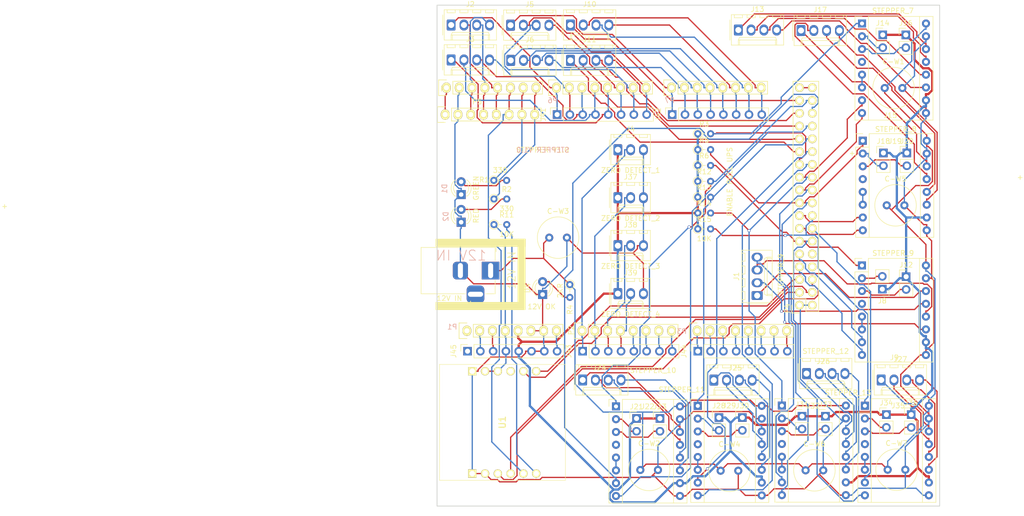
<source format=kicad_pcb>
(kicad_pcb (version 20240108) (generator "pcbnew") (generator_version "8.0")
  (title_block (date "mar. 31 mars 2015"))
  (layers (0 "F.Cu" signal) (31 "B.Cu" signal) (34 "B.Paste" user) (35 "F.Paste" user) (36 "B.SilkS" user "B.Silkscreen") (37 "F.SilkS" user "F.Silkscreen") (38 "B.Mask" user) (39 "F.Mask" user) (44 "Edge.Cuts" user))
  (net 0 "")
  (net 1 "Net-(D1-A)")
  (net 2 "Net-(D2-A)")
  (net 3 "Net-(D4-A)")
  (net 4 "GND")
  (net 6 "Net-(J9-Pin_5)")
  (net 7 "+5VL")
  (net 9 "Net-(J15-Pin_5)")
  (net 11 "/*7")
  (net 12 "/IOREF")
  (net 13 "/Reset")
  (net 14 "+3V3")
  (net 15 "/*11")
  (net 16 "/*12")
  (net 17 "/*13")
  (net 18 "/*3")
  (net 19 "/*4")
  (net 20 "/*5")
  (net 21 "/*6")
  (net 22 "/A0")
  (net 23 "/RX0{slash}0")
  (net 24 "/*2")
  (net 25 "/RX2{slash}17")
  (net 26 "/RX3{slash}15")
  (net 27 "/SCL{slash}21")
  (net 28 "/SDA{slash}20")
  (net 29 "/RX1{slash}19")
  (net 30 "SCLK")
  (net 31 "ES1_RST")
  (net 32 "Net-(P4-Pin_35)")
  (net 33 "/A1")
  (net 34 "MISO")
  (net 35 "MOSI")
  (net 36 "/A2")
  (net 37 "/A3")
  (net 38 "Net-(U1-INT)")
  (net 40 "/ROLL_STEP_V+")
  (net 41 "/STEPPER_9_D")
  (net 42 "/STEPPER_9_C")
  (net 43 "/STEPPER_9_B")
  (net 44 "/STEPPER_9_A")
  (net 45 "/AREF")
  (net 46 "/*9")
  (net 47 "/*8")
  (net 48 "/A4")
  (net 49 "/A5")
  (net 50 "SS")
  (net 51 "/A6")
  (net 52 "/STEPPER_3_D")
  (net 53 "/A7")
  (net 54 "/STEPPER_3_B")
  (net 55 "/A8")
  (net 56 "/STEPPER_4_D")
  (net 57 "/A9")
  (net 58 "/STEPPER_4_B")
  (net 59 "/A10")
  (net 60 "/9_MS1")
  (net 61 "/9_EN")
  (net 62 "/9_MS2")
  (net 63 "/9_STEP")
  (net 64 "/9_DIR")
  (net 65 "/STEPPER_5_D")
  (net 66 "/A11")
  (net 67 "/A12")
  (net 68 "/A13")
  (net 69 "/STEPPER_6_D")
  (net 70 "/STEPPER_6_C")
  (net 71 "/STEPPER_6_B")
  (net 72 "/STEPPER_6_A")
  (net 73 "/STEPPER_7_D")
  (net 74 "/STEPPER_7_C")
  (net 75 "/STEPPER_7_B")
  (net 76 "/STEPPER_7_A")
  (net 77 "/7_MS1")
  (net 78 "/7_EN")
  (net 79 "/7_MS2")
  (net 80 "/7_STEP")
  (net 81 "/7_DIR")
  (net 82 "/STEPPER_8_D")
  (net 83 "/STEPPER_8_C")
  (net 84 "/STEPPER_8_B")
  (net 85 "/STEPPER_8_A")
  (net 86 "/8_MS1")
  (net 87 "/8_EN")
  (net 88 "/8_MS2")
  (net 90 "Net-(J19-Pin_5)")
  (net 91 "/8_STEP")
  (net 92 "/8_DIR")
  (net 93 "/10_MS1")
  (net 94 "/10_EN")
  (net 95 "/10_MS2")
  (net 97 "Net-(J22-Pin_5)")
  (net 98 "/10_STEP")
  (net 99 "/10_DIR")
  (net 100 "/STEPPER_10_A")
  (net 101 "/STEPPER_10_B")
  (net 102 "/STEPPER_10_C")
  (net 103 "/STEPPER_10_D")
  (net 104 "/STEPPER_11_D")
  (net 105 "/STEPPER_11_C")
  (net 106 "/STEPPER_11_B")
  (net 107 "/STEPPER_11_A")
  (net 108 "/STEPPER_12_D")
  (net 109 "/STEPPER_12_C")
  (net 110 "/STEPPER_12_B")
  (net 111 "/STEPPER_12_A")
  (net 112 "/STEPPER_13_D")
  (net 113 "/STEPPER_13_C")
  (net 114 "/STEPPER_13_B")
  (net 115 "/STEPPER_13_A")
  (net 116 "/11_MS1")
  (net 117 "/11_EN")
  (net 118 "/11_MS2")
  (net 120 "Net-(J29-Pin_5)")
  (net 121 "/11_STEP")
  (net 122 "/11_DIR")
  (net 123 "/12_MS1")
  (net 124 "/12_EN")
  (net 125 "/12_MS2")
  (net 127 "Net-(J32-Pin_5)")
  (net 128 "/12_STEP")
  (net 129 "/12_DIR")
  (net 130 "/13_MS1")
  (net 131 "/13_EN")
  (net 132 "/13_MS2")
  (net 134 "Net-(J35-Pin_5)")
  (net 135 "/13_STEP")
  (net 136 "/13_DIR")
  (net 137 "/A14")
  (net 140 "/A15")
  (net 142 "VCC")
  (footprint "Socket_Arduino_Mega:Socket_Strip_Arduino_2x18" (layer "F.Cu") (at 197.358 114.046 90)
    (property "Reference" "P4")
    (property "Value" "Digital" (hide yes))
  )
  (footprint "Socket_Arduino_Mega:Socket_Strip_Arduino_1x08" (layer "F.Cu") (at 131.318 119.126)
    (property "Reference" "P1")
    (property "Value" "Power")
  )
  (footprint "Socket_Arduino_Mega:Socket_Strip_Arduino_1x08" (layer "F.Cu") (at 177.038 119.126)
    (property "Reference" "P3")
    (property "Value" "Analog")
  )
  (footprint "Socket_Arduino_Mega:Socket_Strip_Arduino_1x08" (layer "F.Cu") (at 127.254 70.866)
    (property "Reference" "P5")
    (property "Value" "PWM")
  )
  (footprint "Socket_Arduino_Mega:Socket_Strip_Arduino_1x08" (layer "F.Cu") (at 149.098 70.866)
    (property "Reference" "P6")
    (property "Value" "PWM")
  )
  (footprint "Socket_Arduino_Mega:Socket_Strip_Arduino_1x08" (layer "F.Cu") (at 171.958 70.866)
    (property "Reference" "P7")
    (property "Value" "Communication")
  )
  (footprint "LED_THT:LED_D3.0mm" (layer "F.Cu") (at 130.175 92.08 90)
    (property "Reference" "D1")
    (property "Value" "GREEN")
  )
  (footprint "LED_THT:LED_D3.0mm" (layer "F.Cu") (at 130.175 97.58 90)
    (property "Reference" "D2")
    (property "Value" "RED")
  )
  (footprint "Resistor_THT:R_Axial_DIN0204_L3.6mm_D1.6mm_P2.54mm_Vertical" (layer "F.Cu") (at 136.66 89.27)
    (property "Reference" "R1")
    (property "Value" "330")
  )
  (footprint "Connector_PinHeader_2.54mm:PinHeader_1x02_P2.54mm_Vertical" (layer "F.Cu") (at 169.65 136.545)
    (property "Reference" "J23")
    (property "Value" "10_MS2")
  )
  (footprint "LED_THT:LED_D3.0mm" (layer "F.Cu") (at 146.35 111.925 90)
    (property "Reference" "D4")
    (property "Value" "LED")
  )
  (footprint "Resistor_THT:R_Axial_DIN0204_L3.6mm_D1.6mm_P2.54mm_Vertical" (layer "F.Cu") (at 177.165 86.31)
    (property "Reference" "R6")
    (property "Value" "10K")
  )
  (footprint "Connector_PinHeader_2.54mm:PinHeader_1x02_P2.54mm_Vertical" (layer "F.Cu") (at 202.51 136.1)
    (property "Reference" "J33")
    (property "Value" "12_MS2")
  )
  (footprint "Connector_PinSocket_2.54mm:PinSocket_1x08_P2.54mm_Vertical" (layer "F.Cu") (at 172.085 76.2 90)
    (property "Reference" "J42")
    (property "Value" "Communication")
  )
  (footprint "Connector_PinHeader_2.54mm:PinHeader_1x02_P2.54mm_Vertical" (layer "F.Cu") (at 186.01 136.365)
    (property "Reference" "J30")
    (property "Value" "11_MS2")
  )
  (footprint "Connector_Molex:Molex_KK-254_AE-6410-03A_1x03_P2.54mm_Vertical" (layer "F.Cu") (at 161.29 92.71)
    (property "Reference" "J37")
    (property "Value" "ZERO DETECT_2")
  )
  (footprint "Connector_PinHeader_2.54mm:PinHeader_1x02_P2.54mm_Vertical" (layer "F.Cu") (at 214.61 135.78)
    (property "Reference" "J34")
    (property "Value" "13_MS1")
  )
  (footprint "Connector_Molex:Molex_KK-254_AE-6410-03A_1x03_P2.54mm_Vertical" (layer "F.Cu") (at 161.29 83.185)
    (property "Reference" "J4")
    (property "Value" "ZERO DETECT_1")
  )
  (footprint "Capacitor_THT:C_Radial_D8.0mm_H7.0mm_P3.50mm" (layer "F.Cu") (at 181.7 146.92)
    (property "Reference" "C-W4")
    (property "Value" "100uF")
  )
  (footprint "Connector_Molex:Molex_KK-254_AE-6410-04A_1x04_P2.54mm_Vertical" (layer "F.Cu") (at 213.58 128.905)
    (property "Reference" "J27")
    (property "Value" "STEPPER_13")
  )
  (footprint "Connector_PinSocket_2.54mm:PinSocket_1x08_P2.54mm_Vertical" (layer "F.Cu") (at 149.225 76.2 90)
    (property "Reference" "J41")
    (property "Value" "PWM")
  )
  (footprint "Resistor_THT:R_Axial_DIN0204_L3.6mm_D1.6mm_P2.54mm_Vertical" (layer "F.Cu") (at 177.165 89.46)
    (property "Reference" "R12")
    (property "Value" "10K")
  )
  (footprint "Connector_PinHeader_2.54mm:PinHeader_1x02_P2.54mm_Vertical" (layer "F.Cu") (at 181.36 136.365)
    (property "Reference" "J28")
    (property "Value" "11_MS1")
  )
  (footprint "Connector_Molex:Molex_KK-254_AE-6410-04A_1x04_P2.54mm_Vertical" (layer "F.Cu") (at 140.02 65.44)
    (property "Reference" "J6")
    (property "Value" "STEPPER_4")
  )
  (footprint "Connector_PinSocket_2.54mm:PinSocket_1x08_P2.54mm_Vertical" (layer "F.Cu") (at 154.305 123.19 90)
    (property "Reference" "J43")
    (property "Value" "Analog")
  )
  (footprint "Connector_Molex:Molex_KK-254_AE-6410-04A_1x04_P2.54mm_Vertical" (layer "F.Cu") (at 151.88 58.42)
    (property "Reference" "J10")
    (property "Value" "STEPPER_5")
  )
  (footprint "Resistor_THT:R_Axial_DIN0204_L3.6mm_D1.6mm_P2.54mm_Vertical" (layer "F.Cu") (at 177.165 95.76)
    (property "Reference" "R14")
    (property "Value" "10K")
  )
  (footprint "Connector_PinHeader_2.54mm:PinHeader_1x02_P2.54mm_Vertical" (layer "F.Cu") (at 218.53 108.39)
    (property "Reference" "J12")
    (property "Value" "9_MS2")
  )
  (footprint "Resistor_THT:R_Axial_DIN0204_L3.6mm_D1.6mm_P2.54mm_Vertical" (layer "F.Cu") (at 177.165 92.61)
    (property "Reference" "R13")
    (property "Value" "10K")
  )
  (footprint "Module:Pololu_Breakout-16_15.2x20.3mm" (layer "F.Cu") (at 210.34 134.02)
    (property "Reference" "J35")
    (property "Value" "STEPPER_13")
  )
  (footprint "Connector_PinHeader_2.54mm:PinHeader_1x02_P2.54mm_Vertical" (layer "F.Cu") (at 218.67 83.825)
    (property "Reference" "J20")
    (property "Value" "8_MS2")
  )
  (footprint "Module:Pololu_Breakout-16_15.2x20.3mm" (layer "F.Cu") (at 209.92 81.4)
    (property "Reference" "J19")
    (property "Value" "STEPPER_8")
  )
  (footprint "Connector_Molex:Molex_KK-254_AE-6410-04A_1x04_P2.54mm_Vertical" (layer "F.Cu") (at 180.34 128.925)
    (property "Reference" "J25")
    (property "Value" "STEPPER_11")
  )
  (footprint "Capacitor_THT:C_Radial_D8.0mm_H7.0mm_P3.50mm" (layer "F.Cu") (at 165.75 146.77)
    (property "Reference" "C-W2")
    (property "Value" "100uF")
  )
  (footprint "PT_Library_v001:PT_R_Axial_DIN0204_L3.6mm_D1.6mm_P2.54mm_Vertical" (layer "F.Cu") (at 136.69 92.965)
    (property "Reference" "R2")
    (property "Value" "330")
  )
  (footprint "Connector_PinHeader_2.54mm:PinHeader_1x02_P2.54mm_Vertical" (layer "F.Cu") (at 165 136.545)
    (property "Reference" "J21")
    (property "Value" "10_MS1")
  )
  (footprint "Resistor_THT:R_Axial_DIN0204_L3.6mm_D1.6mm_P2.54mm_Vertical" (layer "F.Cu") (at 151.75 109.96 -90)
    (property "Reference" "R4")
    (property "Value" "2000")
  )
  (footprint "Connector_Molex:Molex_KK-254_AE-6410-03A_1x03_P2.54mm_Vertical" (layer "F.Cu") (at 161.29 102.235)
    (property "Reference" "J38")
    (property "Value" "ZERO DETECT_3")
  )
  (footprint "Connector_PinHeader_2.54mm:PinHeader_1x02_P2.54mm_Vertical" (layer "F.Cu") (at 219.54 135.78)
    (property "Reference" "J36")
    (property "Value" "13_MS2")
  )
  (footprint "Capacitor_THT:C_Radial_D8.0mm_H7.0mm_P3.50mm" (layer "F.Cu") (at 214.28 70.93)
    (property "Reference" "C-W1")
    (property "Value" "100uF")
  )
  (footprint "Socket_Arduino_Mega:Socket_Strip_Arduino_1x08" (layer "F.Cu") (at 154.178 119.126)
    (property "Reference" "P2")
    (property "Value" "Analog")
  )
  (footprint "Connector_Molex:Molex_KK-254_AE-6410-04A_1x04_P2.54mm_Vertical" (layer "F.Cu") (at 151.87 65.44)
    (property "Reference" "J11")
    (property "Value" "STEPPER_6")
  )
  (footprint "Module:Pololu_Breakout-16_15.2x20.3mm" (layer "F.Cu") (at 209.77 58.12)
    (property "Reference" "J15")
    (property "Value" "STEPPER_7")
  )
  (footprint "Module:Pololu_Breakout-16_15.2x20.3mm" (layer "F.Cu") (at 177.16 134.04)
    (property "Reference" "J29")
    (property "Value" "STEPPER_11")
  )
  (footprint "Connector_PinHeader_2.54mm:PinHeader_1x02_P2.54mm_Vertical" (layer "F.Cu") (at 213.89 60.37)
    (property "Reference" "J14")
    (property "Value" "7_MS1")
  )
  (footprint "Connector_BarrelJack:BarrelJack_Horizontal" (layer "F.Cu") (at 136.025 107.1845)
    (property "Reference" "J7")
    (property "Value" "STEPPER IN 12-20VDC")
  )
  (footprint "Resistor_THT:R_Axial_DIN0204_L3.6mm_D1.6mm_P2.54mm_Vertical" (layer "F.Cu") (at 177.165 80.01)
    (property "Reference" "R3")
    (property "Value" "10K")
  )
  (footprint "Resistor_THT:R_Axial_DIN0204_L3.6mm_D1.6mm_P2.54mm_Vertical" (layer "F.Cu") (at 177.165 83.16)
    (property "Reference" "R5")
    (property "Value" "10K")
  )
  (footprint "Capacitor_THT:C_Radial_D8.0mm_H7.0mm_P3.50mm" (layer "F.Cu") (at 198.57 146.84)
    (property "Reference" "C-W6")
    (property "Value" "100uF")
  )
  (footprint "Module:Pololu_Breakout-16_15.2x20.3mm" (layer "F.Cu") (at 160.92 134.15)
    (property "Reference" "J22")
    (property "Value" "STEPPER_10")
  )
  (footprint "Resistor_THT:R_Axial_DIN0204_L3.6mm_D1.6mm_P2.54mm_Vertical" (layer "F.Cu") (at 177.165 98.91)
    (property "Reference" "R15")
    (property "Value" "10K")
  )
  (footprint "Connector_Molex:Molex_KK-254_AE-6410-04A_1x04_P2.54mm_Vertical" (layer "F.Cu") (at 128.19 65.36)
    (property "Reference" "J3")
    (property "Value" "STEPPER_2")
  )
  (footprint "Connector_Molex:Molex_KK-254_AE-6410-04A_1x04_P2.54mm_Vertical" (layer "F.Cu") (at 198.755 127.635)
    (property "Reference" "J26")
    (property "Value" "STEPPER_12")
  )
  (footprint "USR-ES1:USRES1" (layer "F.Cu") (at 132.38 147.48 90)
    (property "Reference" "U1")
    (property "Value" "USR-ES1" (hide yes))
  )
  (footprint "Connector_Molex:Molex_KK-254_AE-6410-04A_1x04_P2.54mm_Vertical" (layer "F.Cu") (at 154.305 128.905)
    (property "Reference" "J24")
    (property "Value" "STEPPER_10")
  )
  (footprint "Module:Pololu_Breakout-16_15.2x20.3mm" (layer "F.Cu") (at 193.86 133.99)
    (property "Reference" "J32")
    (property "Value" "STEPPER_12")
  )
  (footprint "Connector_PinHeader_2.54mm:PinHeader_1x02_P2.54mm_Vertical" (layer "F.Cu") (at 197.86 136.1)
    (property "Reference" "J31")
    (property "Value" "12_MS1")
  )
  (footprint "Module:Pololu_Breakout-16_15.2x20.3mm" (layer "F.Cu") (at 209.76 106.16)
    (property "Reference" "J9")
    (property "Value" "STEPPER_9")
  )
  (footprint "Connector_Molex:Molex_KK-254_AE-6410-04A_1x04_P2.54mm_Vertical" (layer "F.Cu") (at 139.99 58.46)
    (property "Reference" "J5")
    (property "Value" "STEPPER_3")
  )
  (footprint "Connector_Molex:Molex_KK-254_AE-6410-03A_1x03_P2.54mm_Vertical" (layer "F.Cu") (at 161.29 111.76)
    (property "Reference" "J39")
    (property "Value" "ZERO DETECT_4")
  )
  (footprint "Capacitor_THT:C_Radial_D8.0mm_H7.0mm_P3.50mm" (layer "F.Cu") (at 147.67 100.64)
    (property "Reference" "C-W3")
    (property "Value" "100uF")
  )
  (footprint "PT_Library_v001:PT_R_Axial_DIN0204_L3.6mm_D1.6mm_P2.54mm_Vertical" (layer "F.Cu") (at 136.69 98.045)
    (property "Reference" "R11")
    (property "Value" "10K")
  )
  (footprint "Socket_Arduino_Mega:Socket_Strip_Arduino_1x08" (layer "F.Cu") (at 127 76.2)
    (property "Reference" "P8")
    (property "Value" "PWM")
  )
  (footprint "Connector_PinSocket_2.54mm:PinSocket_1x08_P2.54mm_Vertical" (layer "F.Cu") (at 177.165 123.19 90)
    (property "Reference" "J44")
    (property "Value" "Analog")
  )
  (footprint "Connector_Molex:Molex_KK-254_AE-6410-04A_1x04_P2.54mm_Vertical" (layer "F.Cu") (at 128.19 58.42)
    (property "Reference" "J2")
    (property "Value" "STEPPER_1")
  )
  (footprint "Capacitor_THT:C_Radial_D8.0mm_H7.0mm_P3.50mm" (layer "F.Cu") (at 214.68 94.22)
    (property "Reference" "C-W5")
    (property "Value" "100uF")
  )
  (footprint "Connector_Molex:Molex_KK-254_AE-6410-04A_1x04_P2.54mm_Vertical" (layer "F.Cu") (at 197.66 59.51)
    (property "Reference" "J17")
    (property "Value" "STEPPER_8")
  )
  (footprint "Connector_PinHeader_2.54mm:PinHeader_1x02_P2.54mm_Vertical" (layer "F.Cu") (at 213.8 110.87 180)
    (property "Reference" "J8")
    (property "Value" "9_MS1")
  )
  (footprint "Connector_PinHeader_2.54mm:PinHeader_1x02_P2.54mm_Vertical" (layer "F.Cu") (at 214.02 83.825)
    (property "Reference" "J18")
    (property "Value" "8_MS1")
  )
  (footprint "Capacitor_THT:C_Radial_D8.0mm_H7.0mm_P3.50mm" (layer "F.Cu") (at 214.87 146.72)
    (property "Reference" "C-W7")
    (property "Value" "100uF")
  )
  (footprint "Connector_Molex:Molex_KK-254_AE-6410-04A_1x04_P2.54mm_Vertical" (layer "F.Cu") (at 185.21 59.41)
    (property "Reference" "J13")
    (property "Value" "STEPPER_7")
  )
  (footprint "Connector_PinHeader_2.54mm:PinHeader_1x02_P2.54mm_Vertical" (layer "F.Cu") (at 218.47 60.38)
    (property "Reference" "J16")
    (property "Value" "7_MS2")
  )
  (footprint "Connector_Molex:Molex_KK-254_AE-6410-04A_1x04_P2.54mm_Vertical" (layer "F.Cu") (at 188.95 112.14 90)
    (property "Reference" "J1")
    (property "Value" "STEPPER_9")
  )
  (footprint "Connector_PinSocket_2.54mm:PinSocket_1x08_P2.54mm_Vertical" (layer "F.Cu") (at 131.445 123.19 90)
    (property "Reference" "J45")
    (property "Value" "Power")
  )
  (gr_rect (start 138.675 100.949) (end 141.575 114.842) (stroke (width 0.15)) (fill none) (layer "F.SilkS"))
  (gr_rect (start 125.175 113.492) (end 142.875 114.935) (stroke (width 0.15)) (fill solid) (layer "F.SilkS"))
  (gr_rect (start 125.175 100.9455) (end 142.925 102.3885) (stroke (width 0.15)) (fill solid) (layer "F.SilkS"))
  (gr_rect (start 141.4535 100.942) (end 142.8965 114.842) (stroke (width 0.15)) (fill solid) (layer "F.SilkS"))
  (gr_rect (start 125.39 54.48) (end 225.19 153.94) (stroke (width 0.15)) (fill none) (layer "Edge.Cuts"))
  (gr_text "12V IN" (at 130.175 104.192 0) (layer "B.SilkS") (effects (font (size 2 2)) (justify mirror)))
  (gr_text "STEPPER V1.0" (at 151.765 83.82 0) (layer "B.SilkS") (effects (font (size 1 1)) (justify left bottom mirror)))
  (gr_text "ENABLE PULL UPS" (at 183.515 89.535 90) (layer "F.SilkS") (effects (font (size 1 1))))
  (gr_text "12V IN" (at 140.225 107.142 90) (layer "F.SilkS") (effects (font (size 1.5 1.5))))
  (gr_text "+" (at 39.455653 94.457447 90) (layer "F.SilkS") (effects (font (size 1 1))))
  (gr_text "2KR" (at 149.85 111.18 90) (layer "F.SilkS") (effects (font (size 1 1))))
  (gr_text "+" (at 207.739619 83.92 90) (layer "F.SilkS") (effects (font (size 1 1))))
  (gr_text "12V IN" (at 127.825 112.692 0) (layer "F.SilkS") (effects (font (size 1 1))))
  (gr_text "1" (at 131.593 113.528 90) (layer "F.SilkS") (effects (font (size 1 1))))
  (gr_text "STEPPER V1.0" (at 140.97 83.82 0) (layer "F.SilkS") (effects (font (size 1 1)) (justify left bottom)))
  (gr_text "+" (at 241.099619 88.72 90) (layer "F.SilkS") (effects (font (size 1 1))))
  (gr_text "12V OK" (at 146.15 114.35 0) (layer "F.SilkS") (effects (font (size 1 1))))
  (segment (start 139.2 89.27) (end 138.1747 89.27) (width 0.25) (layer "F.Cu") (net 1))
  (segment (start 130.9452 90.3102) (end 130.175 89.54) (width 0.25) (layer "F.Cu") (net 1))
  (segment (start 137.1345 90.3102) (end 130.9452 90.3102) (width 0.25) (layer "F.Cu") (net 1))
  (segment (start 138.1747 89.27) (end 137.1345 90.3102) (width 0.25) (layer "F.Cu") (net 1))
  (segment (start 139.23 92.965) (end 138.2047 92.965) (width 0.25) (layer "F.Cu") (net 2))
  (segment (start 136.1297 95.04) (end 130.175 95.04) (width 0.25) (layer "F.Cu") (net 2))
  (segment (start 138.2047 92.965) (end 136.1297 95.04) (width 0.25) (layer "F.Cu") (net 2))
  (segment (start 150.7247 112.5) (end 147.6097 109.385) (width 0.25) (layer "F.Cu") (net 3))
  (segment (start 151.75 112.5) (end 150.7247 112.5) (width 0.25) (layer "F.Cu") (net 3))
  (segment (start 147.6097 109.385) (end 146.35 109.385) (width 0.25) (layer "F.Cu") (net 3))
  (segment (start 137.3666 148.6736) (end 137.8169 149.1239) (width 0.25) (layer "F.Cu") (net 4))
  (segment (start 224.0572 109.1719) (end 224.0572 121.4988) (width 0.25) (layer "F.Cu") (net 4))
  (segment (start 141.1194 149.1239) (end 141.5697 148.6736) (width 0.25) (layer "F.Cu") (net 4))
  (segment (start 154.2277 103.6977) (end 164.3096 103.6977) (width 0.25) (layer "F.Cu") (net 4))
  (segment (start 222.0147 98.0547) (end 218.18 94.22) (width 0.25) (layer "F.Cu") (net 4))
  (segment (start 217.4621 127.8126) (end 221.3347 123.94) (width 0.25) (layer "F.Cu") (net 4))
  (segment (start 146.685 123.19) (end 144.145 123.19) (width 0.25) (layer "F.Cu") (net 4))
  (segment (start 176.2699 135.1654) (end 187.3201 135.1654) (width 0.25) (layer "F.Cu") (net 4))
  (segment (start 146.35 119.126) (end 144.018 119.126) (width 0.25) (layer "F.Cu") (net 4))
  (segment (start 133.5378 126.8706) (end 136.0431 124.3653) (width 0.25) (layer "F.Cu") (net 4))
  (segment (start 173.62 151.93) (end 174.7453 151.93) (width 0.25) (layer "F.Cu") (net 4))
  (segment (start 185.2 150.4052) (end 186.6148 151.82) (width 0.25) (layer "F.Cu") (net 4))
  (segment (start 164.3096 103.6977) (end 165.1747 102.8326) (width 0.25) (layer "F.Cu") (net 4))
  (segment (start 224.0572 121.4988) (end 222.7413 122.8147) (width 0.25) (layer "F.Cu") (net 4))
  (segment (start 168.2924 147.7276) (end 172.4947 151.93) (width 0.25) (layer "F.Cu") (net 4))
  (segment (start 221.6247 74.7747) (end 217.78 70.93) (width 0.25) (layer "F.Cu") (net 4))
  (segment (start 223.04 136.56) (end 223.04 135.4347) (width 0.25) (layer "F.Cu") (net 4))
  (segment (start 222.62 98.6173) (end 222.62 99.18) (width 0.25) (layer "F.Cu") (net 4))
  (segment (start 189.86 151.82) (end 190.9853 151.82) (width 0.25) (layer "F.Cu") (net 4))
  (segment (start 166.37 102.235) (end 165.1747 102.235) (width 0.25) (layer "F.Cu") (net 4))
  (segment (start 136.1136 148.6736) (end 137.3666 148.6736) (width 0.25) (layer "F.Cu") (net 4))
  (segment (start 151.17 100.64) (end 154.2277 103.6977) (width 0.25) (layer "F.Cu") (net 4))
  (segment (start 222.62 98.0547) (end 222.0147 98.0547) (width 0.25) (layer "F.Cu") (net 4))
  (segment (start 222.62 99.18) (end 222.62 100.3053) (width 0.25) (layer "F.Cu") (net 4))
  (segment (start 145.1247 111.925) (end 143.0055 109.8058) (width 0.25) (layer "F.Cu") (net 4))
  (segment (start 143.0055 109.8058) (end 132.6463 109.8058) (width 0.25) (layer "F.Cu") (net 4))
  (segment (start 223.5853 108.7) (end 224.0572 109.1719) (width 0.25) (layer "F.Cu") (net 4))
  (segment (start 222.47 75.9) (end 222.47 74.7747) (width 0.25) (layer "F.Cu") (net 4))
  (segment (start 168.2924 147.7276) (end 169.25 146.77) (width 0.25) (layer "F.Cu") (net 4))
  (segment (start 166.37 111.76) (end 166.37 105.7581) (width 0.25) (layer "F.Cu") (net 4))
  (segment (start 223.5853 101.2706) (end 223.5853 108.7) (width 0.25) (layer "F.Cu") (net 4))
  (segment (start 185.2 150.4052) (end 185.0002 150.605) (width 0.25) (layer "F.Cu") (net 4))
  (segment (start 201.2874 147.6226) (end 198.41 150.5) (width 0.25) (layer "F.Cu") (net 4))
  (segment (start 222.62 100.3053) (end 223.5853 101.2706) (width 0.25) (layer "F.Cu") (net 4))
  (segment (start 145.8289 148.6736) (end 146.251 148.2515) (width 0.25) (layer "F.Cu") (net 4))
  (segment (start 132.38 147.48) (end 134.92 147.48) (width 0.25) (layer "F.Cu") (net 4))
  (segment (start 174.7453 136.69) (end 176.2699 135.1654) (width 0.25) (layer "F.Cu") (net 4))
  (segment (start 192.3053 150.5) (end 190.9853 151.82) (width 0.25) (layer "F.Cu") (net 4))
  (segment (start 222.46 123.94) (end 222.46 122.8147) (width 0.25) (layer "F.Cu") (net 4))
  (segment (start 217.4621 130.0909) (end 217.4621 127.8126) (width 0.25) (layer "F.Cu") (net 4))
  (segment (start 134.92 147.48) (end 136.1136 148.6736) (width 0.25) (layer "F.Cu") (net 4))
  (segment (start 185.0002 150.605) (end 176.0703 150.605) (width 0.25) (layer "F.Cu") (net 4))
  (segment (start 136.0431 124.3653) (end 142.1618 124.3653) (width 0.25) (layer "F.Cu") (net 4))
  (segment (start 142.9697 123.5574) (end 142.9697 123.19) (width 0.25) (layer "F.Cu") (net 4))
  (segment (start 206.56 151.77) (end 205.4347 151.77) (width 0.25) (layer "F.Cu") (net 4))
  (segment (start 165.1747 102.8326) (end 165.1747 102.235) (width 0.25) (layer "F.Cu") (net 4))
  (segment (start 146.558 119.126) (end 146.35 119.126) (width 0.25) (layer "F.Cu") (net 4))
  (segment (start 201.2874 147.6226) (end 205.4347 151.77) (width 0.25) (layer "F.Cu") (net 4))
  (segment (start 222.46 123.94) (end 221.3347 123.94) (width 0.25) (layer "F.Cu") (net 4))
  (segment (start 222.62 98.6173) (end 222.62 98.0547) (width 0.25) (layer "F.Cu") (net 4))
  (segment (start 176.0703 150.605) (end 174.7453 151.93) (width 0.25) (layer "F.Cu") (net 4))
  (segment (start 173.62 151.93) (end 172.4947 151.93) (width 0.25) (layer "F.Cu") (net 4))
  (segment (start 146.35 119.126) (end 146.35 113.1503) (width 0.25) (layer "F.Cu") (net 4))
  (segment (start 132.6463 109.8058) (end 130.025 107.1845) (width 0.25) (layer "F.Cu") (net 4))
  (segment (start 133.5378 127.16) (end 133.5378 126.8706) (width 0.25) (layer "F.Cu") (net 4))
  (segment (start 146.251 148.2515) (end 167.7685 148.2515) (width 0.25) (layer "F.Cu") (net 4))
  (segment (start 202.07 146.84) (end 201.2874 147.6226) (width 0.25) (layer "F.Cu") (net 4))
  (segment (start 144.145 123.19) (end 142.9697 123.19) (width 0.25) (layer "F.Cu") (net 4))
  (segment (start 189.86 136.58) (end 188.7347 136.58) (width 0.25) (layer "F.Cu") (net 4))
  (segment (start 187.3201 135.1654) (end 188.7347 136.58) (width 0.25) (layer "F.Cu") (net 4))
  (segment (start 166.37 105.7581) (end 164.3096 103.6977) (width 0.25) (layer "F.Cu") (net 4))
  (segment (start 222.8059 135.4347) (end 217.4621 130.0909) (width 0.25) (layer "F.Cu") (net 4))
  (segment (start 198.41 150.5) (end 192.3053 150.5) (width 0.25) (layer "F.Cu") (net 4))
  (segment (start 185.2 146.92) (end 185.2 150.4052) (width 0.25) (layer "F.Cu") (net 4))
  (segment (start 222.47 74.7747) (end 221.6247 74.7747) (width 0.25) (layer "F.Cu") (net 4))
  (segment (start 186.6148 151.82) (end 189.86 151.82) (width 0.25) (layer "F.Cu") (net 4))
  (segment (start 132.38 127.16) (end 133.5378 127.16) (width 0.25) (layer "F.Cu") (net 4))
  (segment (start 173.62 136.69) (end 174.7453 136.69) (width 0.25) (layer "F.Cu") (net 4))
  (segment (start 222.46 108.7) (end 223.5853 108.7) (width 0.25) (layer "F.Cu") (net 4))
  (segment (start 223.04 135.4347) (end 222.8059 135.4347) (width 0.25) (layer "F.Cu") (net 4))
  (segment (start 222.7413 122.8147) (end 222.46 122.8147) (width 0.25) (layer "F.Cu") (net 4))
  (segment (start 142.1618 124.3653) (end 142.9697 123.5574) (width 0.25) (layer "F.Cu") (net 4))
  (segment (start 146.35 111.925) (end 146.35 113.1503) (width 0.25) (layer "F.Cu") (net 4))
  (segment (start 146.35 111.925) (end 145.1247 111.925) (width 0.25) (layer "F.Cu") (net 4))
  (segment (start 137.8169 149.1239) (end 141.1194 149.1239) (width 0.25) (layer "F.Cu") (net 4))
  (segment (start 167.7685 148.2515) (end 168.2924 147.7276) (width 0.25) (layer "F.Cu") (net 4))
  (segment (start 141.5697 148.6736) (end 145.8289 148.6736) (width 0.25) (layer "F.Cu") (net 4))
  (segment (start 166.37 83.185) (end 166.37 92.71) (width 0.25) (layer "B.Cu") (net 4))
  (segment (start 209.0529 150.4024) (end 218.37 150.4024) (width 0.25) (layer "B.Cu") (net 4))
  (segment (start 222.47 60.66) (end 222.47 61.7853) (width 0.25) (layer "B.Cu") (net 4))
  (segment (start 223.04 151.8) (end 221.9147 151.8) (width 0.25) (layer "B.Cu") (net 4))
  (segment (start 222.2409 61.7853) (end 220.1901 63.8361) (width 0.25) (layer "B.Cu") (net 4))
  (segment (start 129.7154 96.3547) (end 130.175 96.3547) (width 0.25) (layer "B.Cu") (net 4))
  (segment (start 218.37 150.4024) (end 220.5171 150.4024) (width 0.25) (layer "B.Cu") (net 4))
  (segment (start 130.175 90.8547) (end 129.7155 90.8547) (width 0.25) (layer "B.Cu") (net 4))
  (segment (start 173.3386 137.8153) (end 169.25 141.9039) (width 0.25) (layer "B.Cu") (net 4))
  (segment (start 146.685 123.19) (end 146.685 122.0147) (width 0.25) (layer "B.Cu") (net 4))
  (segment (start 218.18 89.2239) (end 222.3386 85.0653) (width 0.25) (layer "B.Cu") (net 4))
  (segment (start 220.1901 63.8361) (end 220.1901 68.5199) (width 0.25) (layer "B.Cu") (net 4))
  (segment (start 128.9443 90.0835) (end 128.9443 78.137) (width 0.25) (layer "B.Cu") (net 4))
  (segment (start 130.025 107.1845) (end 130.025 98.9553) (width 0.25) (layer "B.Cu") (net 4))
  (segment (start 128.9497 93.2187) (end 128.9497 95.589) (width 0.25) (layer "B.Cu") (net 4))
  (segment (start 130.175 91.5171) (end 130.175 90.8547) (width 0.25) (layer "B.Cu") (net 4))
  (segment (start 173.62 137.8153) (end 173.3386 137.8153) (width 0.25) (layer "B.Cu") (net 4))
  (segment (start 166.37 102.235) (end 166.37 92.71) (width 0.25) (layer "B.Cu") (net 4))
  (segment (start 197.5198 114.2078) (end 197.358 114.046) (width 0.25) (layer "B.Cu") (net 4))
  (segment (start 173.62 136.69) (end 173.62 137.8153) (width 0.25) (layer "B.Cu") (net 4))
  (segment (start 130.175 97.58) (end 130.175 98.8053) (width 0.25) (layer "B.Cu") (net 4))
  (segment (start 202.07 146.84) (end 202.07 141.02) (width 0.25) (layer "B.Cu") (net 4))
  (segment (start 146.8095 110.6997) (end 151.17 106.3392) (width 0.25) (layer "B.Cu") (net 4))
  (segment (start 151.17 106.3392) (end 151.17 100.64) (width 0.25) (layer "B.Cu") (net 4))
  (segment (start 129.54 72.4613) (end 129.54 76.2) (width 0.25) (layer "B.Cu") (net 4))
  (segment (start 132.38 147.48) (end 132.38 127.16) (width 0.25) (layer "B.Cu") (net 4))
  (segment (start 222.3386 82.8147) (end 222.62 82.8147) (width 0.25) (layer "B.Cu") (net 4))
  (segment (start 218.37 146.72) (end 218.37 142.1705) (width 0.25) (layer "B.Cu") (net 4))
  (segment (start 207.6853 151.77) (end 209.0529 150.4024) (width 0.25) (layer "B.Cu") (net 4))
  (segment (start 197.5198 128.7044) (end 197.5198 114.2078) (width 0.25) (layer "B.Cu") (net 4))
  (segment (start 218.18 94.22) (end 218.18 89.2239) (width 0.25) (layer "B.Cu") (net 4))
  (segment (start 221.4947 78.0006) (end 221.4947 81.9708) (width 0.25) (layer "B.Cu") (net 4))
  (segment (start 220.1901 68.5199) (end 217.78 70.93) (width 0.25) (layer "B.Cu") (net 4))
  (segment (start 220.5171 150.4024) (end 221.9147 151.8) (width 0.25) (layer "B.Cu") (net 4))
  (segment (start 130.175 91.5171) (end 130.175 91.9934) (width 0.25) (layer "B.Cu") (net 4))
  (segment (start 130.175 97.58) (end 130.175 96.3547) (width 0.25) (layer "B.Cu") (net 4))
  (segment (start 129.7155 90.8547) (end 128.9443 90.0835) (width 0.25) (layer "B.Cu") (net 4))
  (segment (start 205.9527 137.1373) (end 197.5198 128.7044) (width 0.25) (layer "B.Cu") (net 4))
  (segment (start 197.358 114.046) (end 199.898 114.046) (width 0.25) (layer "B.Cu") (net 4))
  (segment (start 221.4947 81.9708) (end 222.3386 82.8147) (width 0.25) (layer "B.Cu") (net 4))
  (segment (start 128.9497 95.589) (end 129.7154 96.3547) (width 0.25) (layer "B.Cu") (net 4))
  (segment (start 223.04 136.56) (end 223.04 137.6853) (width 0.25) (layer "B.Cu") (net 4))
  (segment (start 222.47 77.0253) (end 221.4947 78.0006) (width 0.25) (layer "B.Cu") (net 4))
  (segment (start 146.35 110.6997) (end 146.8095 110.6997) (width 0.25) (layer "B.Cu") (net 4))
  (segment (start 222.8552 137.6853) (end 223.04 137.6853) (width 0.25) (layer "B.Cu") (net 4))
  (segment (start 128.9443 78.137) (end 129.54 77.5413) (width 0.25) (layer "B.Cu") (net 4))
  (segment (start 129.794 70.866) (end 129.794 72.2073) (width 0.25) (layer "B.Cu") (net 4))
  (segment (start 206.56 151.77) (end 207.6853 151.77) (width 0.25) (layer "B.Cu") (net 4))
  (segment (start 218.37 142.1705) (end 222.8552 137.6853) (width 0.25) (layer "B.Cu") (net 4))
  (segment (start 222.3386 85.0653) (end 222.62 85.0653) (width 0.25) (layer "B.Cu") (net 4))
  (segment (start 169.25 141.9039) (end 169.25 146.77) (width 0.25) (layer "B.Cu") (net 4))
  (segment (start 129.54 76.2) (end 129.54 77.5413) (width 0.25) (layer "B.Cu") (net 4))
  (segment (start 146.35 111.925) (end 146.35 110.6997) (width 0.25) (layer "B.Cu") (net 4))
  (segment (start 146.685 122.0147) (end 146.558 121.8877) (width 0.25) (layer "B.Cu") (net 4))
  (segment (start 205.9527 137.1373) (end 206.56 136.53) (width 0.25) (layer "B.Cu") (net 4))
  (segment (start 218.37 150.4024) (end 218.37 146.72) (width 0.25) (layer "B.Cu") (net 4))
  (segment (start 222.47 75.9) (end 222.47 77.0253) (width 0.25) (layer "B.Cu") (net 4))
  (segment (start 130.025 98.9553) (end 130.175 98.8053) (width 0.25) (layer "B.Cu") (net 4))
  (segment (start 129.794 72.2073) (end 129.54 72.4613) (width 0.25) (layer "B.Cu") (net 4))
  (segment (start 130.175 91.9934) (end 128.9497 93.2187) (width 0.25) (layer "B.Cu") (net 4))
  (segment (start 146.558 121.8877) (end 146.558 119.126) (width 0.25) (layer "B.Cu") (net 4))
  (segment (start 130.175 92.08) (end 130.175 91.9934) (width 0.25) (layer "B.Cu") (net 4))
  (segment (start 222.47 61.7853) (end 222.2409 61.7853) (width 0.25) (layer "B.Cu") (net 4))
  (segment (start 222.62 83.94) (end 222.62 85.0653) (width 0.25) (layer "B.Cu") (net 4))
  (segment (start 222.62 83.94) (end 222.62 82.8147) (width 0.25) (layer "B.Cu") (net 4))
  (segment (start 202.07 141.02) (end 205.9527 137.1373) (width 0.25) (layer "B.Cu") (net 4))
  (segment (start 209.76 118.86) (end 209.76 116.32) (width 0.25) (layer "B.Cu") (net 6))
  (segment (start 223.0015 67.01) (end 223.7117 67.7202) (width 0.45) (layer "F.Cu") (net 7))
  (segment (start 142.2152 121.3045) (end 148.9542 121.3045) (width 0.45) (layer "F.Cu") (net 7))
  (segment (start 186.01 136.365) (end 187.2853 136.365) (width 0.45) (layer "F.Cu") (net 7))
  (segment (start 161.29 92.71) (end 161.29 83.185) (width 0.45) (layer "F.Cu") (net 7))
  (segment (start 215.2477 135.78) (end 215.8853 135.78) (width 0.45) (layer "F.Cu") (net 7))
  (segment (start 223.04 149.26) (end 223.04 148.0347) (width 0.45) (layer "F.Cu") (net 7))
  (segment (start 142.2152 121.3045) (end 141.478 120.5673) (width 0.45) (layer "F.Cu") (net 7))
  (segment (start 220.832 137.072) (end 220.832 146.3345) (width 0.45) (layer "F.Cu") (net 7))
  (segment (start 222.47 73.36) (end 222.47 72.1347) (width 0.45) (layer "F.Cu") (net 7))
  (segment (start 141.605 121.9147) (end 142.2152 121.3045) (width 0.45) (layer "F.Cu") (net 7))
  (segment (start 219.065 135.78) (end 219.54 135.78) (width 0.45) (layer "F.Cu") (net 7))
  (segment (start 218.47 60.38) (end 217.1947 60.38) (width 0.45) (layer "F.Cu") (net 7))
  (segment (start 223.7117 67.7202) (end 223.7117 71.3525) (width 0.45) (layer "F.Cu") (net 7))
  (segment (start 219.065 135.78) (end 218.2647 135.78) (width 0.45) (layer "F.Cu") (net 7))
  (segment (start 215.2477 135.78) (end 214.61 135.78) (width 0.45) (layer "F.Cu") (net 7))
  (segment (start 218.47 60.38) (end 220.208 62.118) (width 0.45) (layer "F.Cu") (net 7))
  (segment (start 206.56 149.23) (end 207.7853 149.23) (width 0.45) (layer "F.Cu") (net 7))
  (segment (start 223.7117 71.3525) (end 222.9295 72.1347) (width 0.45) (layer "F.Cu") (net 7))
  (segment (start 194.8793 137.8054) (end 188.7257 137.8054) (width 0.45) (layer "F.Cu") (net 7))
  (segment (start 221.9034 67.01) (end 223.0015 67.01) (width 0.45) (layer "F.Cu") (net 7))
  (segment (start 212.8147 135.26) (end 204.6253 135.26) (width 0.45) (layer "F.Cu") (net 7))
  (segment (start 220.832 146.3345) (end 219.1765 147.99) (width 0.45) (layer "F.Cu") (net 7))
  (segment (start 161.29 102.235) (end 161.29 95.76) (width 0.45) (layer "F.Cu") (net 7))
  (segment (start 197.86 136.1) (end 196.5847 136.1) (width 0.45) (layer "F.Cu") (net 7))
  (segment (start 141.605 123.19) (end 141.605 121.9147) (width 0.45) (layer "F.Cu") (net 7))
  (segment (start 202.51 136.1) (end 197.86 136.1) (width 0.45) (layer "F.Cu") (net 7))
  (segment (start 188.7257 137.8054) (end 187.2853 136.365) (width 0.45) (layer "F.Cu") (net 7))
  (segment (start 213.3347 135.78) (end 212.8147 135.26) (width 0.45) (layer "F.Cu") (net 7))
  (segment (start 158.4987 111.76) (end 161.29 111.76) (width 0.45) (layer "F.Cu") (net 7))
  (segment (start 219.1765 147.99) (end 209.0253 147.99) (width 0.45) (layer "F.Cu") (net 7))
  (segment (start 214.61 135.78) (end 213.3347 135.78) (width 0.45) (layer "F.Cu") (net 7))
  (segment (start 222.5322 148.0347) (end 223.04 148.0347) (width 0.45) (layer "F.Cu") (net 7))
  (segment (start 161.29 95.76) (end 177.165 95.76) (width 0.45) (layer "F.Cu") (net 7))
  (segment (start 202.51 136.1) (end 203.7853 136.1) (width 0.45) (layer "F.Cu") (net 7))
  (segment (start 222.9295 72.1347) (end 222.47 72.1347) (width 0.45) (layer "F.Cu") (net 7))
  (segment (start 177.165 95.76) (end 177.165 92.61) (width 0.45) (layer "F.Cu") (net 7))
  (segment (start 218.2647 135.78) (end 215.8853 135.78) (width 0.45) (layer "F.Cu") (net 7))
  (segment (start 148.9542 121.3045) (end 158.4987 111.76) (width 0.45) (layer "F.Cu") (net 7))
  (segment (start 161.29 95.76) (end 161.29 92.71) (width 0.45) (layer "F.Cu") (net 7))
  (segment (start 165 136.545) (end 169.65 136.545) (width 0.45) (layer "F.Cu") (net 7))
  (segment (start 204.6253 135.26) (end 203.7853 136.1) (width 0.45) (layer "F.Cu") (net 7))
  (segment (start 219.54 135.78) (end 220.832 137.072) (width 0.45) (layer "F.Cu") (net 7))
  (segment (start 141.478 119.126) (end 141.478 120.5673) (width 0.45) (layer "F.Cu") (net 7))
  (segment (start 213.89 60.37) (end 217.1847 60.37) (width 0.45) (layer "F.Cu") (net 7))
  (segment (start 220.208 62.118) (end 220.208 65.3146) (width 0.45) (layer "F.Cu") (net 7))
  (segment (start 220.208 65.3146) (end 221.9034 67.01) (width 0.45) (layer "F.Cu") (net 7))
  (segment (start 209.0253 147.99) (end 207.7853 149.23) (width 0.45) (layer "F.Cu") (net 7))
  (segment (start 196.5847 136.1) (end 194.8793 137.8054) (width 0.45) (layer "F.Cu") (net 7))
  (segment (start 220.832 146.3345) (end 222.5322 148.0347) (width 0.45) (layer "F.Cu") (net 7))
  (segment (start 217.1847 60.37) (end 217.1947 60.38) (width 0.45) (layer "F.Cu") (net 7))
  (segment (start 184.7347 136.365) (end 183.685 137.4147) (width 0.45) (layer "B.Cu") (net 7))
  (segment (start 217.3947 83.825) (end 216.6859 84.5338) (width 0.45) (layer "B.Cu") (net 7))
  (segment (start 216.6859 84.5338) (end 216.6859 94.7959) (width 0.45) (layer "B.Cu") (net 7))
  (segment (start 222.46 120.1747) (end 222.0004 120.1747) (width 0.45) (layer "B.Cu") (net 7))
  (segment (start 218.53 108.6891) (end 217.2562 108.6891) (width 0.45) (layer "B.Cu") (net 7))
  (segment (start 177.165 83.16) (end 177.165 80.01) (width 0.45) (layer "B.Cu") (net 7))
  (segment (start 189.86 149.28) (end 189.86 148.0547) (width 0.45) (layer "B.Cu") (net 7))
  (segment (start 177.165 98.91) (end 177.165 95.76) (width 0.45) (layer "B.Cu") (net 7))
  (segment (start 176.2253 148.01) (end 174.8453 149.39) (width 0.45) (layer "B.Cu") (net 7))
  (segment (start 168.5843 153.2004) (end 160.3761 153.2004) (width 0.45) (layer "B.Cu") (net 7))
  (segment (start 161.3885 150.66) (end 160.4314 150.66) (width 0.45) (layer "B.Cu") (net 7))
  (segment (start 216.0041 84.5338) (end 215.2953 83.825) (width 0.45) (layer "B.Cu") (net 7))
  (segment (start 186.01 136.365) (end 184.7347 136.365) (width 0.45) (layer "B.Cu") (net 7))
  (segment (start 177.165 86.31) (end 177.165 89.46) (width 0.45) (layer "B.Cu") (net 7))
  (segment (start 177.165 86.31) (end 177.165 83.16) (width 0.45) (layer "B.Cu") (net 7))
  (segment (start 218.53 108.6891) (end 218.53 108.39) (width 0.45) (layer "B.Cu") (net 7))
  (segment (start 217.2562 108.6891) (end 215.0753 110.87) (width 0.45) (layer "B.Cu") (net 7))
  (segment (start 220.0458 134.5047) (end 223.7129 130.8376) (width 0.45) (layer "B.Cu") (net 7))
  (segment (start 141.605 123.19) (end 141.605 124.4653) (width 0.45) (layer "B.Cu") (net 7))
  (segment (start 159.647 152.4713) (end 159.647 151.4444) (width 0.45) (layer "B.Cu") (net 7))
  (segment (start 160.4314 150.66) (end 143.8221 134.0507) (width 0.45) (layer "B.Cu") (net 7))
  (segment (start 183.685 142.9901) (end 183.685 137.4147) (width 0.45) (layer "B.Cu") (net 7))
  (segment (start 159.647 151.4444) (end 160.4314 150.66) (width 0.45) (layer "B.Cu") (net 7))
  (segment (start 219.54 134.5047) (end 220.0458 134.5047) (width 0.45) (layer "B.Cu") (net 7))
  (segment (start 178.6651 148.01) (end 176.2253 148.01) (width 0.45) (layer "B.Cu") (net 7))
  (segment (start 216.6859 94.7959) (end 218.53 96.64) (width 0.45) (layer "B.Cu") (net 7))
  (segment (start 222.9678 122.6253) (end 222.46 122.6253) (width 0.45) (layer "B.Cu") (net 7))
  (segment (start 160.3761 153.2004) (end 159.647 152.4713) (width 0.45) (layer "B.Cu") (net 7))
  (segment (start 222.47 73.36) (end 222.47 74.5853) (width 0.45) (layer "B.Cu") (net 7))
  (segment (start 183.685 142.9901) (end 178.6651 148.01) (width 0.45) (layer "B.Cu") (net 7))
  (segment (start 222.47 74.5853) (end 222.0105 74.5853) (width 0.45) (layer "B.Cu") (net 7))
  (segment (start 143.8221 126.5503) (end 141.7371 124.4653) (width 0.45) (layer "B.Cu") (net 7))
  (segment (start 141.7371 124.4653) (end 141.605 124.4653) (width 0.45) (layer "B.Cu") (net 7))
  (segment (start 161.29 111.76) (end 161.29 102.235) (width 0.45) (layer "B.Cu") (net 7))
  (segment (start 214.02 83.825) (end 215.2953 83.825) (width 0.45) (layer "B.Cu") (net 7))
  (segment (start 222.46 121.4) (end 222.46 120.1747) (width 0.45) (layer "B.Cu") (net 7))
  (segment (start 218.53 96.64) (end 218.53 108.39) (width 0.45) (layer "B.Cu") (net 7))
  (segment (start 216.6859 84.5338) (end 216.0041 84.5338) (width 0.45) (layer "B.Cu") (net 7))
  (segment (start 218.67 77.9258) (end 218.67 83.825) (width 0.45) (layer "B.Cu") (net 7))
  (segment (start 221.2347 111.3938) (end 218.53 108.6891) (width 0.45) (layer "B.Cu") (net 7))
  (segment (start 183.685 137.4147) (end 182.6353 136.365) (width 0.45) (layer "B.Cu") (net 7))
  (segment (start 172.3947 149.39) (end 168.5843 153.2004) (width 0.45) (layer "B.Cu") (net 7))
  (segment (start 213.8 110.87) (end 215.0753 110.87) (width 0.45) (layer "B.Cu") (net 7))
  (segment (start 173.62 149.39) (end 174.8453 149.39) (width 0.45) (layer "B.Cu") (net 7))
  (segment (start 222.0004 120.1747) (end 221.2347 119.409) (width 0.45) (layer "B.Cu") (net 7))
  (segment (start 143.8221 134.0507) (end 143.8221 126.5503) (width 0.45) (layer "B.Cu") (net 7))
  (segment (start 177.165 89.46) (end 177.165 92.61) (width 0.45) (layer "B.Cu") (net 7))
  (segment (start 222.0105 74.5853) (end 218.67 77.9258) (width 0.45) (layer "B.Cu") (net 7))
  (segment (start 223.7129 130.8376) (end 223.7129 123.3704) (width 0.45) (layer "B.Cu") (net 7))
  (segment (start 218.67 83.825) (end 217.3947 83.825) (width 0.45) (layer "B.Cu") (net 7))
  (segment (start 163.6945 137.8505) (end 163.6945 148.354) (width 0.45) (layer "B.Cu") (net 7))
  (segment (start 221.2347 119.409) (end 221.2347 111.3938) (width 0.45) (layer "B.Cu") (net 7))
  (segment (start 173.62 149.39) (end 172.3947 149.39) (width 0.45) (layer "B.Cu") (net 7))
  (segment (start 165 136.545) (end 163.6945 137.8505) (width 0.45) (layer "B.Cu") (net 7))
  (segment (start 188.7496 148.0547) (end 183.685 142.9901) (width 0.45) (layer "B.Cu") (net 7))
  (segment (start 181.36 136.365) (end 182.6353 136.365) (width 0.45) (layer "B.Cu") (net 7))
  (segment (start 218.53 96.64) (end 222.62 96.64) (width 0.45) (layer "B.Cu") (net 7))
  (segment (start 222.46 121.4) (end 222.46 122.6253) (width 0.45) (layer "B.Cu") (net 7))
  (segment (start 219.54 135.78) (end 219.54 134.5047) (width 0.45) (layer "B.Cu") (net 7))
  (segment (start 223.7129 123.3704) (end 222.9678 122.6253) (width 0.45) (layer "B.Cu") (net 7))
  (segment (start 163.6945 148.354) (end 161.3885 150.66) (width 0.45) (layer "B.Cu") (net 7))
  (segment (start 189.86 148.0547) (end 188.7496 148.0547) (width 0.45) (layer "B.Cu") (net 7))
  (segment (start 209.77 70.82) (end 209.77 68.28) (width 0.25) (layer "B.Cu") (net 9))
  (segment (start 129.6344 56.9756) (end 136.3235 56.9756) (width 0.25) (layer "F.Cu") (net 11))
  (segment (start 143.83 66.7869) (end 147.9091 70.866) (width 0.25) (layer "F.Cu") (net 11))
  (segment (start 143.83 64.5799) (end 143.83 66.7869) (width 0.25) (layer "F.Cu") (net 11))
  (segment (start 137.6978 58.3499) (end 137.6978 58.4477) (width 0.25) (layer "F.Cu") (net 11))
  (segment (start 137.6978 58.4477) (end 143.83 64.5799) (width 0.25) (layer "F.Cu") (net 11))
  (segment (start 149.098 70.866) (end 147.9091 70.866) (width 0.25) (layer "F.Cu") (net 11))
  (segment (start 136.3235 56.9756) (end 137.6978 58.3499) (width 0.25) (layer "F.Cu") (net 11))
  (segment (start 128.19 58.42) (end 129.6344 56.9756) (width 0.25) (layer "F.Cu") (net 11))
  (segment (start 149.098 72.2073) (end 149.225 72.3343) (width 0.25) (layer "B.Cu") (net 11))
  (segment (start 149.225 72.3343) (end 149.225 76.2) (width 0.25) (layer "B.Cu") (net 11))
  (segment (start 149.098 70.866) (end 149.098 72.2073) (width 0.25) (layer "B.Cu") (net 11))
  (segment (start 133.985 123.19) (end 133.985 120.5943) (width 0.25) (layer "B.Cu") (net 12))
  (segment (start 133.985 120.5943) (end 133.858 120.4673) (width 0.25) (layer "B.Cu") (net 12))
  (segment (start 133.858 119.126) (end 133.858 120.4673) (width 0.25) (layer "B.Cu") (net 12))
  (segment (start 136.398 121.8877) (end 136.398 119.126) (width 0.25) (layer "F.Cu") (net 13))
  (segment (start 136.525 123.19) (end 136.525 122.0147) (width 0.25) (layer "F.Cu") (net 13))
  (segment (start 136.525 122.0147) (end 136.398 121.8877) (width 0.25) (layer "F.Cu") (net 13))
  (segment (start 137.46 127.16) (end 134.92 127.16) (width 0.25) (layer "F.Cu") (net 14))
  (segment (start 139.065 123.19) (end 139.065 120.5943) (width 0.25) (layer "B.Cu") (net 14))
  (segment (start 137.46 127.16) (end 139.065 125.555) (width 0.25) (layer "B.Cu") (net 14))
  (segment (start 138.938 119.126) (end 138.938 120.4673) (width 0.25) (layer "B.Cu") (net 14))
  (segment (start 138.938 100.293) (end 136.69 98.045) (width 0.25) (layer "B.Cu") (net 14))
  (segment (start 138.938 119.126) (end 138.938 100.293) (width 0.25) (layer "B.Cu") (net 14))
  (segment (start 139.065 125.555) (end 139.065 123.19) (width 0.25) (layer "B.Cu") (net 14))
  (segment (start 139.065 120.5943) (end 138.938 120.4673) (width 0.25) (layer "B.Cu") (net 14))
  (segment (start 137.414 70.866) (end 136.2251 70.866) (width 0.25) (layer "F.Cu") (net 15))
  (segment (start 130.73 58.42) (end 131.9253 58.42) (width 0.25) (layer "F.Cu") (net 15))
  (segment (start 131.9253 58.42) (end 131.9253 65.992) (width 0.25) (layer "F.Cu") (net 15))
  (segment (start 136.2251 70.2918) (end 136.2251 70.866) (width 0.25) (layer "F.Cu") (net 15))
  (segment (start 137.16 72.4613) (end 137.414 72.2073) (width 0.25) (layer "F.Cu") (net 15))
  (segment (start 137.16 76.2) (end 137.16 72.4613) (width 0.25) (layer "F.Cu") (net 15))
  (segment (start 131.9253 65.992) (end 136.2251 70.2918) (width 0.25) (layer "F.Cu") (net 15))
  (segment (start 137.414 70.866) (end 137.414 72.2073) (width 0.25) (layer "F.Cu") (net 15))
  (segment (start 134.874 70.866) (end 134.874 72.2073) (width 0.25) (layer "F.Cu") (net 16))
  (segment (start 134.62 72.4613) (end 134.62 76.2) (width 0.25) (layer "F.Cu") (net 16))
  (segment (start 134.874 72.2073) (end 134.62 72.4613) (width 0.25) (layer "F.Cu") (net 16))
  (segment (start 134.874 70.866) (end 134.874 69.5247) (width 0.25) (layer "B.Cu") (net 16))
  (segment (start 134.4653 58.42) (end 134.4653 69.116) (width 0.25) (layer "B.Cu") (net 16))
  (segment (start 134.4653 69.116) (end 134.874 69.5247) (width 0.25) (layer "B.Cu") (net 16))
  (segment (start 133.27 58.42) (end 134.4653 58.42) (width 0.25) (layer "B.Cu") (net 16))
  (segment (start 132.08 72.4613) (end 132.08 76.2) (width 0.25) (layer "F.Cu") (net 17))
  (segment (start 132.334 72.2073) (end 132.08 72.4613) (width 0.25) (layer "F.Cu") (net 17))
  (segment (start 132.334 70.866) (end 132.334 72.2073) (width 0.25) (layer "F.Cu") (net 17))
  (segment (start 132.7924 56.9296) (end 132 57.722) (width 0.25) (layer "B.Cu") (net 17))
  (segment (start 132.334 70.866) (end 132.334 69.5247) (width 0.25) (layer "B.Cu") (net 17))
  (segment (start 134.3196 56.9296) (end 132.7924 56.9296) (width 0.25) (layer "B.Cu") (net 17))
  (segment (start 132 69.1907) (end 132.334 69.5247) (width 0.25) (layer "B.Cu") (net 17))
  (segment (start 132 57.722) (end 132 69.1907) (width 0.25) (layer "B.Cu") (net 17))
  (segment (start 135.81 58.42) (end 134.3196 56.9296) (width 0.25) (layer "B.Cu") (net 17))
  (segment (start 128.19 65.36) (end 128.7196 65.36) (width 0.25) (layer "F.Cu") (net 18))
  (segment (start 133.5405 75.1997) (end 133.35 75.3902) (width 0.25) (layer "F.Cu") (net 18))
  (segment (start 133.35 75.3902) (end 133.35 76.7844) (width 0.25) (layer "F.Cu") (net 18))
  (segment (start 156.9393 77.8377) (end 158.2097 76.5673) (width 0.25) (layer "F.Cu") (net 18))
  (segment (start 159.385 76.2) (end 158.2097 76.2) (width 0.25) (layer "F.Cu") (net 18))
  (segment (start 133.35 76.7844) (end 134.4033 77.8377) (width 0.25) (layer "F.Cu") (net 18))
  (segment (start 133.5405 70.1809) (end 133.5405 75.1997) (width 0.25) (layer "F.Cu") (net 18))
  (segment (start 158.2097 76.5673) (end 158.2097 76.2) (width 0.25) (layer "F.Cu") (net 18))
  (segment (start 134.4033 77.8377) (end 156.9393 77.8377) (width 0.25) (layer "F.Cu") (net 18))
  (segment (start 128.7196 65.36) (end 133.5405 70.1809) (width 0.25) (layer "F.Cu") (net 18))
  (segment (start 159.385 72.3343) (end 159.258 72.2073) (width 0.25) (layer "B.Cu") (net 18))
  (segment (start 159.258 70.866) (end 159.258 72.2073) (width 0.25) (layer "B.Cu") (net 18))
  (segment (start 159.385 76.2) (end 159.385 72.3343) (width 0.25) (layer "B.Cu") (net 18))
  (segment (start 156.718 75.7394) (end 156.718 70.866) (width 0.25) (layer "B.Cu") (net 19))
  (segment (start 147.8691 77.3753) (end 154.8618 77.3753) (width 0.25) (layer "B.Cu") (net 19))
  (segment (start 156.845 76.2) (end 156.2574 76.2) (width 0.25) (layer "B.Cu") (net 19))
  (segment (start 156.2574 76.2) (end 155.6697 76.2) (width 0.25) (layer "B.Cu") (net 19))
  (segment (start 130.73 66.7803) (end 131.064 67.1143) (width 0.25) (layer "B.Cu") (net 19))
  (segment (start 156.2574 76.2) (end 156.718 75.7394) (width 0.25) (layer "B.Cu") (net 19))
  (segment (start 155.6697 76.5674) (end 155.6697 76.2) (width 0.25) (layer "B.Cu") (net 19))
  (segment (start 130.73 65.36) (end 130.73 66.7803) (width 0.25) (layer "B.Cu") (net 19))
  (segment (start 143.8675 73.3737) (end 147.8691 77.3753) (width 0.25) (layer "B.Cu") (net 19))
  (segment (start 132.9388 73.3737) (end 143.8675 73.3737) (width 0.25) (layer "B.Cu") (net 19))
  (segment (start 131.064 67.1143) (end 131.064 71.4989) (width 0.25) (layer "B.Cu") (net 19))
  (segment (start 154.8618 77.3753) (end 155.6697 76.5674) (width 0.25) (layer "B.Cu") (net 19))
  (segment (start 131.064 71.4989) (end 132.9388 73.3737) (width 0.25) (layer "B.Cu") (net 19))
  (segment (start 134.4653 65.9577) (end 137.184 68.6764) (width 0.25) (layer "F.Cu") (net 20))
  (segment (start 151.2558 77.3753) (end 152.3218 77.3753) (width 0.25) (layer "F.Cu") (net 20))
  (segment (start 133.27 65.36) (end 134.4653 65.36) (width 0.25) (layer "F.Cu") (net 20))
  (segment (start 150.4004 76.5199) (end 151.2558 77.3753) (width 0.25) (layer "F.Cu") (net 20))
  (segment (start 144.6784 68.6764) (end 150.4004 74.3984) (width 0.25) (layer "F.Cu") (net 20))
  (segment (start 137.184 68.6764) (end 144.6784 68.6764) (width 0.25) (layer "F.Cu") (net 20))
  (segment (start 150.4004 74.3984) (end 150.4004 76.5199) (width 0.25) (layer "F.Cu") (net 20))
  (segment (start 134.4653 65.36) (end 134.4653 65.9577) (width 0.25) (layer "F.Cu") (net 20))
  (segment (start 152.3218 77.3753) (end 153.1297 76.5674) (width 0.25) (layer "F.Cu") (net 20))
  (segment (start 153.1297 76.5674) (end 153.1297 76.2) (width 0.25) (layer "F.Cu") (net 20))
  (segment (start 154.305 76.2) (end 153.1297 76.2) (width 0.25) (layer "F.Cu") (net 20))
  (segment (start 154.178 74.8977) (end 154.178 70.866) (width 0.25) (layer "B.Cu") (net 20))
  (segment (start 154.305 75.0247) (end 154.178 74.8977) (width 0.25) (layer "B.Cu") (net 20))
  (segment (start 154.305 76.2) (end 154.305 75.0247) (width 0.25) (layer "B.Cu") (net 20))
  (segment (start 151.765 72.3343) (end 151.638 72.2073) (width 0.25) (layer "F.Cu") (net 21))
  (segment (start 151.638 70.866) (end 151.638 72.2073) (width 0.25) (layer "F.Cu") (net 21))
  (segment (start 151.765 76.2) (end 151.765 72.3343) (width 0.25) (layer "F.Cu") (net 21))
  (segment (start 150.4491 70.3459) (end 150.4491 70.866) (width 0.25) (layer "B.Cu") (net 21))
  (segment (start 137.0053 65.36) (end 140.2274 68.5821) (width 0.25) (layer "B.Cu") (net 21))
  (segment (start 151.638 70.866) (end 150.4491 70.866) (width 0.25) (layer "B.Cu") (net 21))
  (segment (start 135.81 65.36) (end 137.0053 65.36) (width 0.25) (layer "B.Cu") (net 21))
  (segment (start 140.2274 68.5821) (end 148.6853 68.5821) (width 0.25) (layer "B.Cu") (net 21))
  (segment (start 148.6853 68.5821) (end 150.4491 70.3459) (width 0.25) (layer "B.Cu") (net 21))
  (segment (start 162.6347 84.3803) (end 154.178 92.837) (width 0.25) (layer "B.Cu") (net 22))
  (segment (start 162.6347 83.185) (end 162.6347 84.3803) (width 0.25) (layer "B.Cu") (net 22))
  (segment (start 154.178 120.4673) (end 154.305 120.5943) (width 0.25) (layer "B.Cu") (net 22))
  (segment (start 154.178 92.837) (end 154.178 119.126) (width 0.25) (layer "B.Cu") (net 22))
  (segment (start 154.305 120.5943) (end 154.305 123.19) (width 0.25) (layer "B.Cu") (net 22))
  (segment (start 163.83 83.185) (end 162.6347 83.185) (width 0.25) (layer "B.Cu") (net 22))
  (segment (start 154.178 119.126) (end 154.178 120.4673) (width 0.25) (layer "B.Cu") (net 22))
  (segment (start 143.7253 57.8624) (end 143.7253 58.46) (width 0.25) (layer "F.Cu") (net 23))
  (segment (start 142.53 58.46) (end 143.7253 58.46) (width 0.25) (layer "F.Cu") (net 23))
  (segment (start 151.1657 60.0414) (end 148.1299 57.0056) (width 0.25) (layer "F.Cu") (net 23))
  (segment (start 156.0931 63.8333) (end 152.3012 60.0414) (width 0.25) (layer "F.Cu") (net 23))
  (segment (start 166.878 70.866) (end 159.8453 63.8333) (width 0.25) (layer "F.Cu") (net 23))
  (segment (start 152.3012 60.0414) (end 151.1657 60.0414) (width 0.25) (layer "F.Cu") (net 23))
  (segment (start 144.5821 57.0056) (end 143.7253 57.8624) (width 0.25) (layer "F.Cu") (net 23))
  (segment (start 148.1299 57.0056) (end 144.5821 57.0056) (width 0.25) (layer "F.Cu") (net 23))
  (segment (start 159.8453 63.8333) (end 156.0931 63.8333) (width 0.25) (layer "F.Cu") (net 23))
  (segment (start 166.878 70.866) (end 166.878 72.2073) (width 0.25) (layer "B.Cu") (net 23))
  (segment (start 167.005 72.3343) (end 167.005 76.2) (width 0.25) (layer "B.Cu") (net 23))
  (segment (start 166.878 72.2073) (end 167.005 72.3343) (width 0.25) (layer "B.Cu") (net 23))
  (segment (start 160.6091 70.866) (end 160.6091 70.3459) (width 0.25) (layer "F.Cu") (net 24))
  (segment (start 157.5325 67.2693) (end 156.8454 67.2693) (width 0.25) (layer "F.Cu") (net 24))
  (segment (start 156.8454 67.2693) (end 155.68 66.1039) (width 0.25) (layer "F.Cu") (net 24))
  (segment (start 161.798 70.866) (end 160.6091 70.866) (width 0.25) (layer "F.Cu") (net 24))
  (segment (start 151.5768 61.2315) (end 148.8053 58.46) (width 0.25) (layer "F.Cu") (net 24))
  (segment (start 152.1171 61.2315) (end 151.5768 61.2315) (width 0.25) (layer "F.Cu") (net 24))
  (segment (start 155.68 66.1039) (end 155.68 64.7944) (width 0.25) (layer "F.Cu") (net 24))
  (segment (start 155.68 64.7944) (end 152.1171 61.2315) (width 0.25) (layer "F.Cu") (net 24))
  (segment (start 160.6091 70.3459) (end 157.5325 67.2693) (width 0.25) (layer "F.Cu") (net 24))
  (segment (start 147.61 58.46) (end 148.8053 58.46) (width 0.25) (layer "F.Cu") (net 24))
  (segment (start 161.798 70.866) (end 161.798 72.2073) (width 0.25) (layer "B.Cu") (net 24))
  (segment (start 161.798 72.2073) (end 161.925 72.3343) (width 0.25) (layer "B.Cu") (net 24))
  (segment (start 161.925 72.3343) (end 161.925 76.2) (width 0.25) (layer "B.Cu") (net 24))
  (segment (start 179.578 72.2073) (end 179.705 72.3343) (width 0.25) (layer "B.Cu") (net 25))
  (segment (start 179.578 70.866) (end 178.3891 70.866) (width 0.25) (layer "B.Cu") (net 25))
  (segment (start 143.7553 65.44) (end 143.7553 64.8423) (width 0.25) (layer "B.Cu") (net 25))
  (segment (start 179.578 70.866) (end 179.578 72.2073) (width 0.25) (layer "B.Cu") (net 25))
  (segment (start 142.56 65.44) (end 143.7553 65.44) (width 0.25) (layer "B.Cu") (net 25))
  (segment (start 145.0379 63.5597) (end 171.6029 63.5597) (width 0.25) (layer "B.Cu") (net 25))
  (segment (start 171.6029 63.5597) (end 178.3891 70.3459) (width 0.25) (layer "B.Cu") (net 25))
  (segment (start 143.7553 64.8423) (end 145.0379 63.5597) (width 0.25) (layer "B.Cu") (net 25))
  (segment (start 178.3891 70.3459) (end 178.3891 70.866) (width 0.25) (layer "B.Cu") (net 25))
  (segment (start 179.705 72.3343) (end 179.705 76.2) (width 0.25) (layer "B.Cu") (net 25))
  (segment (start 174.625 76.2) (end 174.625 72.3343) (width 0.25) (layer "B.Cu") (net 26))
  (segment (start 174.625 72.3343) (end 174.498 72.2073) (width 0.25) (layer "B.Cu") (net 26))
  (segment (start 174.498 70.866) (end 173.3091 70.866) (width 0.25) (layer "B.Cu") (net 26))
  (segment (start 150.2566 66.8613) (end 169.8245 66.8613) (width 0.25) (layer "B.Cu") (net 26))
  (segment (start 148.8353 65.44) (end 150.2566 66.8613) (width 0.25) (layer "B.Cu") (net 26))
  (segment (start 173.3091 70.3459) (end 173.3091 70.866) (width 0.25) (layer "B.Cu") (net 26))
  (segment (start 174.498 70.866) (end 174.498 72.2073) (width 0.25) (layer "B.Cu") (net 26))
  (segment (start 169.8245 66.8613) (end 173.3091 70.3459) (width 0.25) (layer "B.Cu") (net 26))
  (segment (start 147.64 65.44) (end 148.8353 65.44) (width 0.25) (layer "B.Cu") (net 26))
  (segment (start 154.42 58.42) (end 155.6153 58.42) (width 0.25) (layer "F.Cu") (net 27))
  (segment (start 189.738 70.866) (end 188.5491 70.866) (width 0.25) (layer "F.Cu") (net 27))
  (segment (start 155.6153 57.8224) (end 156.4399 56.9978) (width 0.25) (layer "F.Cu") (net 27))
  (segment (start 188.5491 70.3459) (end 188.5491 70.866) (width 0.25) (layer "F.Cu") (net 27))
  (segment (start 156.4399 56.9978) (end 175.201 56.9978) (width 0.25) (layer "F.Cu") (net 27))
  (segment (start 155.6153 58.42) (end 155.6153 57.8224) (width 0.25) (layer "F.Cu") (net 27))
  (segment (start 175.201 56.9978) (end 188.5491 70.3459) (width 0.25) (layer "F.Cu") (net 27))
  (segment (start 189.738 70.866) (end 189.738 72.2073) (width 0.25) (layer "B.Cu") (net 27))
  (segment (start 189.865 72.3343) (end 189.865 76.2) (width 0.25) (layer "B.Cu") (net 27))
  (segment (start 189.738 72.2073) (end 189.865 72.3343) (width 0.25) (layer "B.Cu") (net 27))
  (segment (start 159.969 60.8313) (end 176.4945 60.8313) (width 0.25) (layer "B.Cu") (net 28))
  (segment (start 187.325 72.3343) (end 187.325 76.2) (width 0.25) (layer "B.Cu") (net 28))
  (segment (start 158.1553 59.0176) (end 159.969 60.8313) (width 0.25) (layer "B.Cu") (net 28))
  (segment (start 186.0091 70.3459) (end 186.0091 70.866) (width 0.25) (layer "B.Cu") (net 28))
  (segment (start 158.1553 58.42) (end 158.1553 59.0176) (width 0.25) (layer "B.Cu") (net 28))
  (segment (start 187.198 72.2073) (end 187.325 72.3343) (width 0.25) (layer "B.Cu") (net 28))
  (segment (start 176.4945 60.8313) (end 186.0091 70.3459) (width 0.25) (layer "B.Cu") (net 28))
  (segment (start 187.198 70.866) (end 186.0091 70.866) (width 0.25) (layer "B.Cu") (net 28))
  (segment (start 187.198 70.866) (end 187.198 72.2073) (width 0.25) (layer "B.Cu") (net 28))
  (segment (start 156.96 58.42) (end 158.1553 58.42) (width 0.25) (layer "B.Cu") (net 28))
  (segment (start 159.5 58.42) (end 171.5432 58.42) (width 0.25) (layer "F.Cu") (net 29))
  (segment (start 171.5432 58.42) (end 183.4691 70.3459) (width 0.25) (layer "F.Cu") (net 29))
  (segment (start 184.658 70.866) (end 183.4691 70.866) (width 0.25) (layer "F.Cu") (net 29))
  (segment (start 183.4691 70.3459) (end 183.4691 70.866) (width 0.25) (layer "F.Cu") (net 29))
  (segment (start 184.658 72.2073) (end 184.785 72.3343) (width 0.25) (layer "B.Cu") (net 29))
  (segment (start 184.658 70.866) (end 184.658 72.2073) (width 0.25) (layer "B.Cu") (net 29))
  (segment (start 184.785 72.3343) (end 184.785 76.2) (width 0.25) (layer "B.Cu") (net 29))
  (segment (start 197.358 111.506) (end 196.1691 111.506) (width 0.25) (layer "F.Cu") (net 30))
  (segment (start 170.815 122.7691) (end 170.815 123.6225) (width 0.25) (layer "F.Cu") (net 30))
  (segment (start 154.0481 126.2331) (end 140 140.2812) (width 0.25) (layer "F.Cu") (net 30))
  (segment (start 194.9344 111.506) (end 189.5566 116.8838) (width 0.25) (layer "F.Cu") (net 30))
  (segment (start 168.2044 126.2331) (end 154.0481 126.2331) (width 0.25) (layer "F.Cu") (net 30))
  (segment (start 176.7003 116.8838) (end 170.815 122.7691) (width 0.25) (layer "F.Cu") (net 30))
  (segment (start 170.815 123.6225) (end 168.2044 126.2331) (width 0.25) (layer "F.Cu") (net 30))
  (segment (start 196.1691 111.506) (end 194.9344 111.506) (width 0.25) (layer "F.Cu") (net 30))
  (segment (start 140 140.2812) (end 140 147.48) (width 0.25) (layer "F.Cu") (net 30))
  (segment (start 189.5566 116.8838) (end 176.7003 116.8838) (width 0.25) (layer "F.Cu") (net 30))
  (segment (start 157.988 118.5111) (end 157.988 119.7221) (width 0.25) (layer "F.Cu") (net 31))
  (segment (start 197.8918 110.3171) (end 195.4864 110.3171) (width 0.25) (layer "F.Cu") (net 31))
  (segment (start 157.988 119.7221) (end 156.0812 121.6289) (width 0.25) (layer "F.Cu") (net 31))
  (segment (start 199.898 111.506) (end 198.7091 111.506) (width 0.25) (layer "F.Cu") (net 31))
  (segment (start 153.6215 121.6289) (end 146.8941 128.3563) (width 0.25) (layer "F.Cu") (net 31))
  (segment (start 195.4864 110.3171) (end 189.3701 116.4334) (width 0.25) (layer "F.Cu") (net 31))
  (segment (start 160.0657 116.4334) (end 157.988 118.5111) (width 0.25) (layer "F.Cu") (net 31))
  (segment (start 146.8941 128.3563) (end 143.7363 128.3563) (width 0.25) (layer "F.Cu") (net 31))
  (segment (start 198.7091 111.506) (end 198.7091 111.1344) (width 0.25) (layer "F.Cu") (net 31))
  (segment (start 198.7091 111.1344) (end 197.8918 110.3171) (width 0.25) (layer "F.Cu") (net 31))
  (segment (start 189.3701 116.4334) (end 160.0657 116.4334) (width 0.25) (layer "F.Cu") (net 31))
  (segment (start 156.0812 121.6289) (end 153.6215 121.6289) (width 0.25) (layer "F.Cu") (net 31))
  (segment (start 143.7363 128.3563) (end 142.54 127.16) (width 0.25) (layer "F.Cu") (net 31))
  (segment (start 199.898 70.866) (end 197.358 70.866) (width 0.25) (layer "F.Cu") (net 32))
  (segment (start 156.845 123.19) (end 156.845 120.5943) (width 0.25) (layer "B.Cu") (net 33))
  (segment (start 156.718 100.349) (end 162.6347 94.4323) (width 0.25) (layer "B.Cu") (net 33))
  (segment (start 156.718 119.126) (end 156.718 100.349) (width 0.25) (layer "B.Cu") (net 33))
  (segment (start 162.6347 94.4323) (end 162.6347 92.71) (width 0.25) (layer "B.Cu") (net 33))
  (segment (start 163.83 92.71) (end 162.6347 92.71) (width 0.25) (layer "B.Cu") (net 33))
  (segment (start 156.845 120.5943) (end 156.718 120.4673) (width 0.25) (layer "B.Cu") (net 33))
  (segment (start 156.718 119.126) (end 156.718 120.4673) (width 0.25) (layer "B.Cu") (net 33))
  (segment (start 155.448 119.6899) (end 154.1185 121.0194) (width 0.25) (layer "F.Cu") (net 34))
  (segment (start 197.358 108.966) (end 196.1691 108.966) (width 0.25) (layer "F.Cu") (net 34))
  (segment (start 154.1185 121.0194) (end 153.4817 121.0194) (width 0.25) (layer "F.Cu") (net 34))
  (segment (start 147.3411 127.16) (end 145.08 127.16) (width 0.25) (layer "F.Cu") (net 34))
  (segment (start 155.448 118.5285) (end 155.448 119.6899) (width 0.25) (layer "F.Cu") (net 34))
  (segment (start 153.4817 121.0194) (end 147.3411 127.16) (width 0.25) (layer "F.Cu") (net 34))
  (segment (start 190.9319 114.2032) (end 159.7733 114.2032) (width 0.25) (layer "F.Cu") (net 34))
  (segment (start 159.7733 114.2032) (end 155.448 118.5285) (width 0.25) (layer "F.Cu") (net 34))
  (segment (start 196.1691 108.966) (end 190.9319 114.2032) (width 0.25) (layer "F.Cu") (net 34))
  (segment (start 189.2927 117.7846) (end 184.1121 117.7846) (width 0.25) (layer "F.Cu") (net 35))
  (segment (start 184.1121 117.7846) (end 183.388 118.5087) (width 0.25) (layer "F.Cu") (net 35))
  (segment (start 201.0869 112.0017) (end 200.3126 112.776) (width 0.25) (layer "F.Cu") (net 35))
  (segment (start 170.2487 126.6886) (end 154.2295 126.6886) (width 0.25) (layer "F.Cu") (net 35))
  (segment (start 141.27 139.6481) (end 141.27 147.8778) (width 0.25) (layer "F.Cu") (net 35))
  (segment (start 194.3013 112.776) (end 189.2927 117.7846) (width 0.25) (layer "F.Cu") (net 35))
  (segment (start 176.3937 120.5436) (end 170.2487 126.6886) (width 0.25) (layer "F.Cu") (net 35))
  (segment (start 201.0869 110.9722) (end 201.0869 112.0017) (width 0.25) (layer "F.Cu") (net 35))
  (segment (start 141.27 147.8778) (end 140.4743 148.6735) (width 0.25) (layer "F.Cu") (net 35))
  (segment (start 200.2696 110.1549) (end 201.0869 110.9722) (width 0.25) (layer "F.Cu") (net 35))
  (segment (start 138.6535 148.6735) (end 137.46 147.48) (width 0.25) (layer "F.Cu") (net 35))
  (segment (start 140.4743 148.6735) (end 138.6535 148.6735) (width 0.25) (layer "F.Cu") (net 35))
  (segment (start 199.898 108.966) (end 199.898 110.1549) (width 0.25) (layer "F.Cu") (net 35))
  (segment (start 182.56 120.5436) (end 176.3937 120.5436) (width 0.25) (layer "F.Cu") (net 35))
  (segment (start 183.388 118.5087) (end 183.388 119.7156) (width 0.25) (layer "F.Cu") (net 35))
  (segment (start 200.3126 112.776) (end 194.3013 112.776) (width 0.25) (layer "F.Cu") (net 35))
  (segment (start 183.388 119.7156) (end 182.56 120.5436) (width 0.25) (layer "F.Cu") (net 35))
  (segment (start 154.2295 126.6886) (end 141.27 139.6481) (width 0.25) (layer "F.Cu") (net 35))
  (segment (start 199.898 110.1549) (end 200.2696 110.1549) (width 0.25) (layer "F.Cu") (net 35))
  (segment (start 159.258 120.4673) (end 159.385 120.5943) (width 0.25) (layer "F.Cu") (net 36))
  (segment (start 159.258 119.126) (end 159.258 120.4673) (width 0.25) (layer "F.Cu") (net 36))
  (segment (start 159.385 120.5943) (end 159.385 123.19) (width 0.25) (layer "F.Cu") (net 36))
  (segment (start 162.6347 113.5276) (end 159.258 116.9043) (width 0.25) (layer "B.Cu") (net 36))
  (segment (start 162.6347 102.235) (end 162.6347 113.5276) (width 0.25) (layer "B.Cu") (net 36))
  (segment (start 163.83 102.235) (end 162.6347 102.235) (width 0.25) (layer "B.Cu") (net 36))
  (segment (start 159.258 116.9043) (end 159.258 119.126) (width 0.25) (layer "B.Cu") (net 36))
  (segment (start 161.798 120.4673) (end 161.925 120.5943) (width 0.25) (layer "F.Cu") (net 37))
  (segment (start 161.798 119.126) (end 161.798 120.4673) (width 0.25) (layer "F.Cu") (net 37))
  (segment (start 161.925 120.5943) (end 161.925 123.19) (width 0.25) (layer "F.Cu") (net 37))
  (segment (start 163.83 113.1803) (end 162.9869 114.0234) (width 0.25) (layer "B.Cu") (net 37))
  (segment (start 163.83 111.76) (end 163.83 113.1803) (width 0.25) (layer "B.Cu") (net 37))
  (segment (start 162.9869 114.0234) (end 162.9869 119.126) (width 0.25) (layer "B.Cu") (net 37))
  (segment (start 161.798 119.126) (end 162.9869 119.126) (width 0.25) (layer "B.Cu") (net 37))
  (segment (start 145.08 147.48) (end 141.1931 143.5931) (width 0.25) (layer "B.Cu") (net 38))
  (segment (start 141.1931 125.7026) (end 140.2553 124.7648) (width 0.25) (layer "B.Cu") (net 38))
  (segment (start 140.2553 124.7648) (end 140.2553 100.0956) (width 0.25) (layer "B.Cu") (net 38))
  (segment (start 141.1931 143.5931) (end 141.1931 125.7026) (width 0.25) (layer "B.Cu") (net 38))
  (segment (start 140.2553 100.0956) (end 139.23 99.0703) (width 0.25) (layer "B.Cu") (net 38))
  (segment (start 139.23 98.045) (end 139.23 99.0703) (width 0.25) (layer "B.Cu") (net 38))
  (segment (start 180.393 145.613) (end 181.7 146.92) (width 0.25) (layer "F.Cu") (net 40))
  (segment (start 173.62 134.15) (end 174.7453 134.15) (width 0.25) (layer "F.Cu") (net 40))
  (segment (start 222.46 106.16) (end 222.46 102) (width 0.25) (layer "F.Cu") (net 40))
  (segment (start 222.9014 82.5253) (end 222.62 82.5253) (width 0.25) (layer "F.Cu") (net 40))
  (segment (start 195.8676 135.1153) (end 196.9929 133.99) (width 0.25) (layer "F.Cu") (net 40))
  (segment (start 151.75 109.96) (end 146.5536 104.7636) (width 0.25) (layer "F.Cu") (net 40))
  (segment (start 189.86 134.04) (end 188.7347 134.04) (width 0.25) (layer "F.Cu") (net 40))
  (segment (start 175.9806 132.9147) (end 187.6094 132.9147) (width 0.25) (layer "F.Cu") (net 40))
  (segment (start 222.62 80.2747) (end 214.28 71.9347) (width 0.25) (layer "F.Cu") (net 40))
  (segment (start 187.6094 132.9147) (end 188.7347 134.04) (width 0.25) (layer "F.Cu") (net 40))
  (segment (start 198.57 146.84) (end 197.2691 145.5391) (width 0.25) (layer "F.Cu") (net 40))
  (segment (start 198.57 146.84) (end 199.8528 145.5572) (width 0.25) (layer "F.Cu") (net 40))
  (segment (start 136.025 107.1845) (end 138.1003 107.1845) (width 0.25) (layer "F.Cu") (net 40))
  (segment (start 146.5536 101.7564) (end 147.67 100.64) (width 0.25) (layer "F.Cu") (net 40))
  (segment (start 222.62 81.4) (end 222.62 82.5253) (width 0.25) (layer "F.Cu") (net 40))
  (segment (start 189.86 134.04) (end 190.9853 134.04) (width 0.25) (layer "F.Cu") (net 40))
  (segment (start 222.62 81.4) (end 222.62 80.2747) (width 0.25) (layer "F.Cu") (net 40))
  (segment (start 166.907 145.613) (end 180.393 145.613) (width 0.25) (layer "F.Cu") (net 40))
  (segment (start 197.2691 145.5391) (end 183.0809 145.5391) (width 0.25) (layer "F.Cu") (net 40))
  (segment (start 192.0606 135.1153) (end 195.8676 135.1153) (width 0.25) (layer "F.Cu") (net 40))
  (segment (start 214.28 71.9347) (end 214.28 70.93) (width 0.25) (layer "F.Cu") (net 40))
  (segment (start 165.75 146.77) (end 166.907 145.613) (width 0.25) (layer "F.Cu") (net 40))
  (segment (start 199.8528 145.5572) (end 213.7072 145.5572) (width 0.25) (layer "F.Cu") (net 40))
  (segment (start 213.7072 145.5572) (end 214.87 146.72) (width 0.25) (layer "F.Cu") (net 40))
  (segment (start 146.5536 104.7636) (end 146.5536 101.7564) (width 0.25) (layer "F.Cu") (net 40))
  (segment (start 215.5987 95.1387) (end 220.4474 90.29) (width 0.25) (layer "F.Cu") (net 40))
  (segment (start 190.9853 134.04) (end 192.0606 135.1153) (width 0.25) (layer "F.Cu") (net 40))
  (segment (start 222.46 102) (end 215.5987 95.1387) (width 0.25) (layer "F.Cu") (net 40))
  (segment (start 196.9929 133.99) (end 206.56 133.99) (width 0.25) (layer "F.Cu") (net 40))
  (segment (start 220.4474 90.29) (end 222.9517 90.29) (width 0.25) (layer "F.Cu") (net 40))
  (segment (start 183.0809 145.5391) (end 181.7 146.92) (width 0.25) (layer "F.Cu") (net 40))
  (segment (start 223.7453 83.3692) (end 222.9014 82.5253) (width 0.25) (layer "F.Cu") (net 40))
  (segment (start 215.5987 95.1387) (end 214.68 94.22) (width 0.25) (layer "F.Cu") (net 40))
  (segment (start 140.5212 104.7636) (end 138.1003 107.1845) (width 0.25) (layer "F.Cu") (net 40))
  (segment (start 223.7453 89.4964) (end 223.7453 83.3692) (width 0.25) (layer "F.Cu") (net 40))
  (segment (start 174.7453 134.15) (end 175.9806 132.9147) (width 0.25) (layer "F.Cu") (net 40))
  (segment (start 222.9517 90.29) (end 223.7453 89.4964) (width 0.25) (layer "F.Cu") (net 40))
  (segment (start 146.5536 104.7636) (end 140.5212 104.7636) (width 0.25) (layer "F.Cu") (net 40))
  (segment (start 224.2633 131.6714) (end 223.04 132.8947) (width 0.25) (layer "B.Cu") (net 40))
  (segment (start 222.46 106.16) (end 222.46 107.2853) (width 0.25) (layer "B.Cu") (net 40))
  (segment (start 224.2633 108.8073) (end 224.2633 131.6714) (width 0.25) (layer "B.Cu") (net 40))
  (segment (start 222.47 58.12) (end 222.47 59.2453) (width 0.25) (layer "B.Cu") (net 40))
  (segment (start 223.04 134.02) (end 223.04 132.8947) (width 0.25) (layer "B.Cu") (net 40))
  (segment (start 152.7768 110.9868) (end 152.7768 129.6736) (width 0.25) (layer "B.Cu") (net 40))
  (segment (start 221.9147 137.9809) (end 221.9147 135.9892) (width 0.25) (layer "B.Cu") (net 40))
  (segment (start 222.7413 107.2853) (end 224.2633 108.8073) (width 0.25) (layer "B.Cu") (net 40))
  (segment (start 166.2067 135.2754) (end 171.3693 135.2754) (width 0.25) (layer "B.Cu") (net 40))
  (segment (start 173.62 134.15) (end 172.4947 134.15) (width 0.25) (layer "B.Cu") (net 40))
  (segment (start 222.1887 59.2453) (end 222.47 59.2453) (width 0.25) (layer "B.Cu") (net 40))
  (segment (start 214.87 146.72) (end 214.87 145.0256) (width 0.25) (layer "B.Cu") (net 40))
  (segment (start 219.6454 65.5646) (end 219.6454 61.7886) (width 0.25) (layer "B.Cu") (net 40))
  (segment (start 219.6454 61.7886) (end 222.1887 59.2453) (width 0.25) (layer "B.Cu") (net 40))
  (segment (start 151.75 109.96) (end 152.7768 110.9868) (width 0.25) (layer "B.Cu") (net 40))
  (segment (start 222.46 107.2853) (end 222.7413 107.2853) (width 0.25) (layer "B.Cu") (net 40))
  (segment (start 214.87 145.0256) (end 221.9147 137.9809) (width 0.25) (layer "B.Cu") (net 40))
  (segment (start 158.3786 135.2754) (end 166.2067 135.2754) (width 0.25) (layer "B.Cu") (net 40))
  (segment (start 214.28 70.93) (end 219.6454 65.5646) (width 0.25) (layer "B.Cu") (net 40))
  (segment (start 223.04 134.02) (end 223.04 135.1453) (width 0.25) (layer "B.Cu") (net 40))
  (segment (start 152.7768 129.6736) (end 158.3786 135.2754) (width 0.25) (layer "B.Cu") (net 40))
  (segment (start 166.2067 146.3133) (end 165.75 146.77) (width 0.25) (layer "B.Cu") (net 40))
  (segment (start 166.2067 135.2754) (end 166.2067 146.3133) (width 0.25) (layer "B.Cu") (net 40))
  (segment (start 222.7586 135.1453) (end 223.04 135.1453) (width 0.25) (layer "B.Cu") (net 40))
  (segment (start 221.9147 135.9892) (end 222.7586 135.1453) (width 0.25) (layer "B.Cu") (net 40))
  (segment (start 171.3693 135.2754) (end 172.4947 134.15) (width 0.25) (layer "B.Cu") (net 40))
  (segment (start 221.3347 111.24) (end 220.0647 112.51) (width 0.25) (layer "F.Cu") (net 41))
  (segment (start 207.2252 112.51) (end 202.4918 107.7766) (width 0.25) (layer "F.Cu") (net 41))
  (segment (start 193.3134 107.7766) (end 188.95 112.14) (width 0.25) (layer "F.Cu") (net 41))
  (segment (start 222.46 111.24) (end 221.3347 111.24) (width 0.25) (layer "F.Cu") (net 41))
  (segment (start 202.4918 107.7766) (end 193.3134 107.7766) (width 0.25) (layer "F.Cu") (net 41))
  (segment (start 220.0647 112.51) (end 207.2252 112.51) (width 0.25) (layer "F.Cu") (net 41))
  (segment (start 208.6272 115.2424) (end 193.7895 115.2424) (width 0.25) (layer "F.Cu") (net 42))
  (segment (start 222.46 113.78) (end 221.3347 113.78) (width 0.25) (layer "F.Cu") (net 42))
  (segment (start 221.3347 113.78) (end 220.2094 114.9053) (width 0.25) (layer "F.Cu") (net 42))
  (segment (start 220.2094 114.9053) (end 208.9643 114.9053) (width 0.25) (layer "F.Cu") (net 42))
  (segment (start 208.9643 114.9053) (end 208.6272 115.2424) (width 0.25) (layer "F.Cu") (net 42))
  (via (at 193.7895 115.2424) (size 0.6) (drill 0.4) (layers "F.Cu" "B.Cu") (net 42))
  (segment (start 188.95 109.6) (end 190.3703 109.6) (width 0.25) (layer "B.Cu") (net 42))
  (segment (start 193.7895 113.0192) (end 193.7895 115.2424) (width 0.25) (layer "B.Cu") (net 42))
  (segment (start 190.3703 109.6) (end 193.7895 113.0192) (width 0.25) (layer "B.Cu") (net 42))
  (segment (start 222.0534 109.885) (end 221.863 109.6946) (width 0.25) (layer "F.Cu") (net 43))
  (segment (start 202.2291 105.2259) (end 190.7841 105.2259) (width 0.25) (layer "F.Cu") (net 43))
  (segment (start 190.7841 105.2259) (end 190.1453 105.8647) (width 0.25) (layer "F.Cu") (net 43))
  (segment (start 222.46 116.32) (end 222.46 115.1947) (width 0.25) (layer "F.Cu") (net 43))
  (segment (start 190.1453 105.8647) (end 188.95 105.8647) (width 0.25) (layer "F.Cu") (net 43))
  (segment (start 211.5245 109.8323) (end 206.8355 109.8323) (width 0.25) (layer "F.Cu") (net 43))
  (segment (start 211.6622 109.6946) (end 211.5245 109.8323) (width 0.25) (layer "F.Cu") (net 43))
  (segment (start 223.606 110.762) (end 222.729 109.885) (width 0.25) (layer "F.Cu") (net 43))
  (segment (start 206.8355 109.8323) (end 202.2291 105.2259) (width 0.25) (layer "F.Cu") (net 43))
  (segment (start 222.729 109.885) (end 222.0534 109.885) (width 0.25) (layer "F.Cu") (net 43))
  (segment (start 222.7413 115.1947) (end 223.606 114.33) (width 0.25) (layer "F.Cu") (net 43))
  (segment (start 222.46 115.1947) (end 222.7413 115.1947) (width 0.25) (layer "F.Cu") (net 43))
  (segment (start 221.863 109.6946) (end 211.6622 109.6946) (width 0.25) (layer "F.Cu") (net 43))
  (segment (start 223.606 114.33) (end 223.606 110.762) (width 0.25) (layer "F.Cu") (net 43))
  (segment (start 188.95 107.06) (end 188.95 105.8647) (width 0.25) (layer "F.Cu") (net 43))
  (segment (start 221.3347 118.86) (end 220.2094 117.7347) (width 0.25) (layer "F.Cu") (net 44))
  (segment (start 220.2094 117.7347) (end 194.7461 117.7347) (width 0.25) (layer "F.Cu") (net 44))
  (segment (start 222.46 118.86) (end 221.3347 118.86) (width 0.25) (layer "F.Cu") (net 44))
  (segment (start 194.7461 117.7347) (end 194.4149 117.4035) (width 0.25) (layer "F.Cu") (net 44))
  (via (at 194.4149 117.4035) (size 0.6) (drill 0.4) (layers "F.Cu" "B.Cu") (net 44))
  (segment (start 189.5476 105.7153) (end 194.4149 110.5826) (width 0.25) (layer "B.Cu") (net 44))
  (segment (start 188.95 105.7153) (end 189.5476 105.7153) (width 0.25) (layer "B.Cu") (net 44))
  (segment (start 188.95 104.52) (end 188.95 105.7153) (width 0.25) (layer "B.Cu") (net 44))
  (segment (start 194.4149 110.5826) (end 194.4149 117.4035) (width 0.25) (layer "B.Cu") (net 44))
  (segment (start 127.254 70.866) (end 127.254 72.2073) (width 0.25) (layer "F.Cu") (net 45))
  (segment (start 127 72.4613) (end 127 76.2) (width 0.25) (layer "F.Cu") (net 45))
  (segment (start 127.254 72.2073) (end 127 72.4613) (width 0.25) (layer "F.Cu") (net 45))
  (segment (start 142.494 70.866) (end 142.494 72.2073) (width 0.25) (layer "F.Cu") (net 46))
  (segment (start 142.24 72.4613) (end 142.24 76.2) (width 0.25) (layer "F.Cu") (net 46))
  (segment (start 142.494 72.2073) (end 142.24 72.4613) (width 0.25) (layer "F.Cu") (net 46))
  (segment (start 142.24 76.2) (end 142.24 83.69) (width 0.25) (layer "B.Cu") (net 46))
  (segment (start 142.24 83.69) (end 136.66 89.27) (width 0.25) (layer "B.Cu") (net 46))
  (segment (start 144.78 72.4613) (end 145.034 72.2073) (width 0.25) (layer "F.Cu") (net 47))
  (segment (start 145.034 70.866) (end 145.034 72.2073) (width 0.25) (layer "F.Cu") (net 47))
  (segment (start 144.78 76.2) (end 144.78 72.4613) (width 0.25) (layer "F.Cu") (net 47))
  (segment (start 137.7707 91.8843) (end 137.7707 89.2162) (width 0.25) (layer "B.Cu") (net 47))
  (segment (start 137.7707 89.2162) (end 144.78 82.2069) (width 0.25) (layer "B.Cu") (net 47))
  (segment (start 144.78 82.2069) (end 144.78 76.2) (width 0.25) (layer "B.Cu") (net 47))
  (segment (start 136.69 92.965) (end 137.7707 91.8843) (width 0.25) (layer "B.Cu") (net 47))
  (segment (start 164.465 122.0147) (end 164.338 121.8877) (width 0.25) (layer "B.Cu") (net 48))
  (segment (start 164.338 121.8877) (end 164.338 119.126) (width 0.25) (layer "B.Cu") (net 48))
  (segment (start 164.465 123.19) (end 164.465 122.0147) (width 0.25) (layer "B.Cu") (net 48))
  (segment (start 166.878 121.8877) (end 166.878 119.126) (width 0.25) (layer "B.Cu") (net 49))
  (segment (start 167.005 122.0147) (end 166.878 121.8877) (width 0.25) (layer "B.Cu") (net 49))
  (segment (start 167.005 123.19) (end 167.005 122.0147) (width 0.25) (layer "B.Cu") (net 49))
  (segment (start 139.954 72.2073) (end 139.7 72.4613) (width 0.25) (layer "F.Cu") (net 50))
  (segment (start 139.7 72.4613) (end 139.7 76.2) (width 0.25) (layer "F.Cu") (net 50))
  (segment (start 139.954 70.866) (end 139.954 72.2073) (width 0.25) (layer "F.Cu") (net 50))
  (segment (start 138.5111 77.3889) (end 138.5111 76.2) (width 0.25) (layer "B.Cu") (net 50))
  (segment (start 135.5838 100.6919) (end 135.5838 80.3162) (width 0.25) (layer "B.Cu") (net 50))
  (segment (start 138.1004 103.2085) (end 135.5838 100.6919) (width 0.25) (layer "B.Cu") (net 50))
  (segment (start 136.2585 126.3474) (end 137.7489 124.857) (width 0.25) (layer "B.Cu") (net 50))
  (segment (start 135.5838 80.3162) (end 138.5111 77.3889) (width 0.25) (layer "B.Cu") (net 50))
  (segment (start 139.7 76.2) (end 138.5111 76.2) (width 0.25) (layer "B.Cu") (net 50))
  (segment (start 137.7489 118.1361) (end 138.1004 117.7846) (width 0.25) (layer "B.Cu") (net 50))
  (segment (start 137.7489 124.857) (end 137.7489 118.1361) (width 0.25) (layer "B.Cu") (net 50))
  (segment (start 138.1004 117.7846) (end 138.1004 103.2085) (width 0.25) (layer "B.Cu") (net 50))
  (segment (start 136.2585 141.1985) (end 136.2585 126.3474) (width 0.25) (layer "B.Cu") (net 50))
  (segment (start 142.54 147.48) (end 136.2585 141.1985) (width 0.25) (layer "B.Cu") (net 50))
  (segment (start 169.545 123.19) (end 169.545 122.0147) (width 0.25) (layer "B.Cu") (net 51))
  (segment (start 169.418 121.8877) (end 169.418 119.126) (width 0.25) (layer "B.Cu") (net 51))
  (segment (start 169.545 122.0147) (end 169.418 121.8877) (width 0.25) (layer "B.Cu") (net 51))
  (segment (start 170.7691 70.866) (end 160.1939 60.2908) (width 0.25) (layer "F.Cu") (net 52))
  (segment (start 160.1939 60.2908) (end 154.3753 60.2908) (width 0.25) (layer "F.Cu") (net 52))
  (segment (start 141.8979 56.5521) (end 139.99 58.46) (width 0.25) (layer "F.Cu") (net 52))
  (segment (start 153.0764 57.2583) (end 152.3702 56.5521) (width 0.25) (layer "F.Cu") (net 52))
  (segment (start 154.3753 60.2908) (end 153.0764 58.9919) (width 0.25) (layer "F.Cu") (net 52))
  (segment (start 171.958 70.866) (end 170.7691 70.866) (width 0.25) (layer "F.Cu") (net 52))
  (segment (start 152.3702 56.5521) (end 141.8979 56.5521) (width 0.25) (layer "F.Cu") (net 52))
  (segment (start 153.0764 58.9919) (end 153.0764 57.2583) (width 0.25) (layer "F.Cu") (net 52))
  (segment (start 171.958 70.866) (end 171.958 72.2073) (width 0.25) (layer "B.Cu") (net 52))
  (segment (start 171.958 72.2073) (end 172.085 72.3343) (width 0.25) (layer "B.Cu") (net 52))
  (segment (start 172.085 72.3343) (end 172.085 76.2) (width 0.25) (layer "B.Cu") (net 52))
  (segment (start 171.958 121.8877) (end 171.958 119.126) (width 0.25) (layer "B.Cu") (net 53))
  (segment (start 172.085 123.19) (end 172.085 122.0147) (width 0.25) (layer "B.Cu") (net 53))
  (segment (start 172.085 122.0147) (end 171.958 121.8877) (width 0.25) (layer "B.Cu") (net 53))
  (segment (start 145.07 58.46) (end 143.8747 58.46) (width 0.25) (layer "B.Cu") (net 54))
  (segment (start 164.338 70.866) (end 164.338 72.2073) (width 0.25) (layer "B.Cu") (net 54))
  (segment (start 139.5939 67.3117) (end 160.1149 67.3117) (width 0.25) (layer "B.Cu") (net 54))
  (segment (start 160.1149 67.3117) (end 163.1491 70.3459) (width 0.25) (layer "B.Cu") (net 54))
  (segment (start 143.8747 58.46) (end 143.8747 59.2005) (width 0.25) (layer "B.Cu") (net 54))
  (segment (start 163.1491 70.3459) (end 163.1491 70.866) (width 0.25) (layer "B.Cu") (net 54))
  (segment (start 138.7934 64.2818) (end 138.7934 66.5112) (width 0.25) (layer "B.Cu") (net 54))
  (segment (start 164.465 76.2) (end 164.465 72.3343) (width 0.25) (layer "B.Cu") (net 54))
  (segment (start 138.7934 66.5112) (end 139.5939 67.3117) (width 0.25) (layer "B.Cu") (net 54))
  (segment (start 164.465 72.3343) (end 164.338 72.2073) (width 0.25) (layer "B.Cu") (net 54))
  (segment (start 143.8747 59.2005) (end 138.7934 64.2818) (width 0.25) (layer "B.Cu") (net 54))
  (segment (start 164.338 70.866) (end 163.1491 70.866) (width 0.25) (layer "B.Cu") (net 54))
  (segment (start 177.165 123.19) (end 177.165 122.0147) (width 0.25) (layer "B.Cu") (net 55))
  (segment (start 177.038 121.8877) (end 177.038 119.126) (width 0.25) (layer "B.Cu") (net 55))
  (segment (start 177.165 122.0147) (end 177.038 121.8877) (width 0.25) (layer "B.Cu") (net 55))
  (segment (start 182.245 75.0247) (end 182.118 74.8977) (width 0.25) (layer "B.Cu") (net 56))
  (segment (start 180.9291 70.3459) (end 180.9291 70.866) (width 0.25) (layer "B.Cu") (net 56))
  (segment (start 142.3507 63.1093) (end 173.6925 63.1093) (width 0.25) (layer "B.Cu") (net 56))
  (segment (start 182.245 76.2) (end 182.245 75.0247) (width 0.25) (layer "B.Cu") (net 56))
  (segment (start 140.02 65.44) (end 142.3507 63.1093) (width 0.25) (layer "B.Cu") (net 56))
  (segment (start 182.118 70.866) (end 180.9291 70.866) (width 0.25) (layer "B.Cu") (net 56))
  (segment (start 173.6925 63.1093) (end 180.9291 70.3459) (width 0.25) (layer "B.Cu") (net 56))
  (segment (start 182.118 74.8977) (end 182.118 70.866) (width 0.25) (layer "B.Cu") (net 56))
  (segment (start 179.578 119.126) (end 179.578 120.4673) (width 0.25) (layer "B.Cu") (net 57))
  (segment (start 179.705 120.5943) (end 179.578 120.4673) (width 0.25) (layer "B.Cu") (net 57))
  (segment (start 179.705 123.19) (end 179.705 120.5943) (width 0.25) (layer "B.Cu") (net 57))
  (segment (start 146.2953 65.44) (end 146.2953 64.8424) (width 0.25) (layer "B.Cu") (net 58))
  (segment (start 177.038 74.8977) (end 177.038 70.866) (width 0.25) (layer "B.Cu") (net 58))
  (segment (start 175.8491 70.3459) (end 175.8491 70.866) (width 0.25) (layer "B.Cu") (net 58))
  (segment (start 177.165 75.0247) (end 177.038 74.8977) (width 0.25) (layer "B.Cu") (net 58))
  (segment (start 169.5133 64.0101) (end 175.8491 70.3459) (width 0.25) (layer "B.Cu") (net 58))
  (segment (start 146.2953 64.8424) (end 147.1276 64.0101) (width 0.25) (layer "B.Cu") (net 58))
  (segment (start 145.1 65.44) (end 146.2953 65.44) (width 0.25) (layer "B.Cu") (net 58))
  (segment (start 177.038 70.866) (end 175.8491 70.866) (width 0.25) (layer "B.Cu") (net 58))
  (segment (start 177.165 76.2) (end 177.165 75.0247) (width 0.25) (layer "B.Cu") (net 58))
  (segment (start 147.1276 64.0101) (end 169.5133 64.0101) (width 0.25) (layer "B.Cu") (net 58))
  (segment (start 182.245 123.19) (end 182.245 122.0147) (width 0.25) (layer "B.Cu") (net 59))
  (segment (start 182.118 119.126) (end 182.118 120.4673) (width 0.25) (layer "B.Cu") (net 59))
  (segment (start 182.245 122.0147) (end 182.245 120.5943) (width 0.25) (layer "B.Cu") (net 59))
  (segment (start 182.245 120.5943) (end 182.118 120.4673) (width 0.25) (layer "B.Cu") (net 59))
  (segment (start 213.8 108.33) (end 212.6247 108.33) (width 0.25) (layer "F.Cu") (net 60))
  (segment (start 212.2547 108.7) (end 212.6247 108.33) (width 0.25) (layer "F.Cu") (net 60))
  (segment (start 209.76 108.7) (end 212.2547 108.7) (width 0.25) (layer "F.Cu") (net 60))
  (segment (start 208.6347 106.16) (end 205.0096 102.5349) (width 0.25) (layer "F.Cu") (net 61))
  (segment (start 199.3642 102.5349) (end 198.5469 101.7176) (width 0.25) (layer "F.Cu") (net 61))
  (segment (start 209.76 106.16) (end 208.6347 106.16) (width 0.25) (layer "F.Cu") (net 61))
  (segment (start 205.0096 102.5349) (end 199.3642 102.5349) (width 0.25) (layer "F.Cu") (net 61))
  (segment (start 194.0064 99.5861) (end 180.7303 86.31) (width 0.25) (layer "F.Cu") (net 61))
  (segment (start 179.705 86.31) (end 180.7303 86.31) (width 0.25) (layer "F.Cu") (net 61))
  (segment (start 197.358 101.346) (end 198.5469 101.346) (width 0.25) (layer "F.Cu") (net 61))
  (segment (start 194.7955 99.5861) (end 194.0064 99.5861) (width 0.25) (layer "F.Cu") (net 61))
  (segment (start 196.1691 100.9597) (end 194.7955 99.5861) (width 0.25) (layer "F.Cu") (net 61))
  (segment (start 196.1691 101.346) (end 196.1691 100.9597) (width 0.25) (layer "F.Cu") (net 61))
  (segment (start 197.358 101.346) (end 196.1691 101.346) (width 0.25) (layer "F.Cu") (net 61))
  (segment (start 198.5469 101.7176) (end 198.5469 101.346) (width 0.25) (layer "F.Cu") (net 61))
  (segment (start 209.76 111.24) (end 210.8853 111.24) (width 0.25) (layer "F.Cu") (net 62))
  (segment (start 218.53 110.93) (end 217.3547 110.93) (width 0.25) (layer "F.Cu") (net 62))
  (segment (start 216.2394 112.0453) (end 211.6906 112.0453) (width 0.25) (layer "F.Cu") (net 62))
  (segment (start 217.3547 110.93) (end 216.2394 112.0453) (width 0.25) (layer "F.Cu") (net 62))
  (segment (start 211.6906 112.0453) (end 210.8853 111.24) (width 0.25) (layer "F.Cu") (net 62))
  (segment (start 209.5334 120.2747) (end 207.7316 118.4729) (width 0.25) (layer "B.Cu") (net 63))
  (segment (start 209.76 120.2747) (end 209.5334 120.2747) (width 0.25) (layer "B.Cu") (net 63))
  (segment (start 207.7316 115.109) (end 200.2859 107.6633) (width 0.25) (layer "B.Cu") (net 63))
  (segment (start 197.358 103.886) (end 197.358 105.0749) (width 0.25) (layer "B.Cu") (net 63))
  (segment (start 197.7296 105.0749) (end 197.358 105.0749) (width 0.25) (layer "B.Cu") (net 63))
  (segment (start 198.5469 105.8922) (end 197.7296 105.0749) (width 0.25) (layer "B.Cu") (net 63))
  (segment (start 198.5469 106.7617) (end 198.5469 105.8922) (width 0.25) (layer "B.Cu") (net 63))
  (segment (start 209.76 121.4) (end 209.76 120.2747) (width 0.25) (layer "B.Cu") (net 63))
  (segment (start 199.4485 107.6633) (end 198.5469 106.7617) (width 0.25) (layer "B.Cu") (net 63))
  (segment (start 207.7316 118.4729) (end 207.7316 115.109) (width 0.25) (layer "B.Cu") (net 63))
  (segment (start 200.2859 107.6633) (end 199.4485 107.6633) (width 0.25) (layer "B.Cu") (net 63))
  (segment (start 197.7296 107.6149) (end 197.358 107.6149) (width 0.25) (layer "B.Cu") (net 64))
  (segment (start 197.358 106.426) (end 197.358 107.6149) (width 0.25) (layer "B.Cu") (net 64))
  (segment (start 205.7903 119.0572) (end 205.7903 115.6571) (width 0.25) (layer "B.Cu") (net 64))
  (segment (start 209.76 123.94) (end 209.76 122.8147) (width 0.25) (layer "B.Cu") (net 64))
  (segment (start 209.76 122.8147) (end 209.5478 122.8147) (width 0.25) (layer "B.Cu") (net 64))
  (segment (start 200.2882 110.155) (end 199.3837 110.155) (width 0.25) (layer "B.Cu") (net 64))
  (segment (start 198.5469 108.4322) (end 197.7296 107.6149) (width 0.25) (layer "B.Cu") (net 64))
  (segment (start 205.7903 115.6571) (end 200.2882 110.155) (width 0.25) (layer "B.Cu") (net 64))
  (segment (start 198.5469 109.3182) (end 198.5469 108.4322) (width 0.25) (layer "B.Cu") (net 64))
  (segment (start 199.3837 110.155) (end 198.5469 109.3182) (width 0.25) (layer "B.Cu") (net 64))
  (segment (start 209.5478 122.8147) (end 205.7903 119.0572) (width 0.25) (layer "B.Cu") (net 64))
  (segment (start 159.6959 61.2093) (end 171.8926 73.406) (width 0.25) (layer "F.Cu") (net 65))
  (segment (start 171.8926 73.406) (end 197.358 73.406) (width 0.25) (layer "F.Cu") (net 65))
  (segment (start 151.88 58.4324) (end 154.6569 61.2093) (width 0.25) (layer "F.Cu") (net 65))
  (segment (start 151.88 58.42) (end 151.88 58.4324) (width 0.25) (layer "F.Cu") (net 65))
  (segment (start 154.6569 61.2093) (end 159.6959 61.2093) (width 0.25) (layer "F.Cu") (net 65))
  (segment (start 184.785 123.19) (end 184.785 122.0147) (width 0.25) (layer "B.Cu") (net 66))
  (segment (start 184.658 121.8877) (end 184.658 119.126) (width 0.25) (layer "B.Cu") (net 66))
  (segment (start 184.785 122.0147) (end 184.658 121.8877) (width 0.25) (layer "B.Cu") (net 66))
  (segment (start 187.198 121.8877) (end 187.198 119.126) (width 0.25) (layer "B.Cu") (net 67))
  (segment (start 187.325 122.0147) (end 187.198 121.8877) (width 0.25) (layer "B.Cu") (net 67))
  (segment (start 187.325 123.19) (end 187.325 122.0147) (width 0.25) (layer "B.Cu") (net 67))
  (segment (start 189.865 122.0147) (end 189.738 121.8877) (width 0.25) (layer "B.Cu") (net 68))
  (segment (start 189.865 123.19) (end 189.865 122.0147) (width 0.25) (layer "B.Cu") (net 68))
  (segment (start 189.738 121.8877) (end 189.738 119.126) (width 0.25) (layer "B.Cu") (net 68))
  (segment (start 160.655 75.8008) (end 160.655 76.6289) (width 0.25) (layer "F.Cu") (net 69))
  (segment (start 157.9662 73.9533) (end 158.8075 73.9533) (width 0.25) (layer "F.Cu") (net 69))
  (segment (start 151.87 65.44) (end 155.448 69.018) (width 0.25) (layer "F.Cu") (net 69))
  (segment (start 155.448 69.018) (end 155.448 71.4351) (width 0.25) (layer "F.Cu") (net 69))
  (segment (start 165.691 81.6649) (end 194.268 81.6649) (width 0.25) (layer "F.Cu") (net 69))
  (segment (start 194.268 81.6649) (end 196.1691 83.566) (width 0.25) (layer "F.Cu") (net 69))
  (segment (start 158.8075 73.9533) (end 160.655 75.8008) (width 0.25) (layer "F.Cu") (net 69))
  (segment (start 160.655 76.6289) (end 165.691 81.6649) (width 0.25) (layer "F.Cu") (net 69))
  (segment (start 155.448 71.4351) (end 157.9662 73.9533) (width 0.25) (layer "F.Cu") (net 69))
  (segment (start 197.358 83.566) (end 196.1691 83.566) (width 0.25) (layer "F.Cu") (net 69))
  (segment (start 161.2923 74.7365) (end 167.2464 74.7365) (width 0.25) (layer "F.Cu") (net 70))
  (segment (start 167.2464 74.7365) (end 168.4463 75.9364) (width 0.25) (layer "F.Cu") (net 70))
  (segment (start 196.0702 81.1249) (end 196.1691 81.026) (width 0.25) (layer "F.Cu") (net 70))
  (segment (start 168.4463 76.1106) (end 173.4606 81.1249) (width 0.25) (layer "F.Cu") (net 70))
  (segment (start 154.41 65.44) (end 154.41 66.8603) (width 0.25) (layer "F.Cu") (net 70))
  (segment (start 157.988 70.2718) (end 157.988 71.4322) (width 0.25) (layer "F.Cu") (net 70))
  (segment (start 157.988 71.4322) (end 161.2923 74.7365) (width 0.25) (layer "F.Cu") (net 70))
  (segment (start 197.358 81.026) (end 196.1691 81.026) (width 0.25) (layer "F.Cu") (net 70))
  (segment (start 168.4463 75.9364) (end 168.4463 76.1106) (width 0.25) (layer "F.Cu") (net 70))
  (segment (start 154.5765 66.8603) (end 157.988 70.2718) (width 0.25) (layer "F.Cu") (net 70))
  (segment (start 173.4606 81.1249) (end 196.0702 81.1249) (width 0.25) (layer "F.Cu") (net 70))
  (segment (start 154.41 66.8603) (end 154.5765 66.8603) (width 0.25) (layer "F.Cu") (net 70))
  (segment (start 160.8782 68.7705) (end 158.1453 66.0376) (width 0.25) (layer "F.Cu") (net 71))
  (segment (start 163.068 70.2967) (end 161.5418 68.7705) (width 0.25) (layer "F.Cu") (net 71))
  (segment (start 165.6247 74.0612) (end 163.068 71.5045) (width 0.25) (layer "F.Cu") (net 71))
  (segment (start 196.1691 78.486) (end 171.4734 78.486) (width 0.25) (layer "F.Cu") (net 71))
  (segment (start 171.4734 78.486) (end 169.0559 76.0685) (width 0.25) (layer "F.Cu") (net 71))
  (segment (start 169.0559 75.8297) (end 167.2874 74.0612) (width 0.25) (layer "F.Cu") (net 71))
  (segment (start 167.2874 74.0612) (end 165.6247 74.0612) (width 0.25) (layer "F.Cu") (net 71))
  (segment (start 169.0559 76.0685) (end 169.0559 75.8297) (width 0.25) (layer "F.Cu") (net 71))
  (segment (start 158.1453 66.0376) (end 158.1453 65.44) (width 0.25) (layer "F.Cu") (net 71))
  (segment (start 163.068 71.5045) (end 163.068 70.2967) (width 0.25) (layer "F.Cu") (net 71))
  (segment (start 161.5418 68.7705) (end 160.8782 68.7705) (width 0.25) (layer "F.Cu") (net 71))
  (segment (start 156.95 65.44) (end 158.1453 65.44) (width 0.25) (layer "F.Cu") (net 71))
  (segment (start 197.358 78.486) (end 196.1691 78.486) (width 0.25) (layer "F.Cu") (net 71))
  (segment (start 196.1691 75.946) (end 194.7325 77.3826) (width 0.25) (layer "F.Cu") (net 72))
  (segment (start 171.082 77.3826) (end 169.5062 75.8068) (width 0.25) (layer "F.Cu") (net 72))
  (segment (start 194.7325 77.3826) (end 171.082 77.3826) (width 0.25) (layer "F.Cu") (net 72))
  (segment (start 169.5062 75.4043) (end 165.6725 71.5706) (width 0.25) (layer "F.Cu") (net 72))
  (segment (start 165.6725 70.3535) (end 160.759 65.44) (width 0.25) (layer "F.Cu") (net 72))
  (segment (start 165.6725 71.5706) (end 165.6725 70.3535) (width 0.25) (layer "F.Cu") (net 72))
  (segment (start 169.5062 75.8068) (end 169.5062 75.4043) (width 0.25) (layer "F.Cu") (net 72))
  (segment (start 197.358 75.946) (end 196.1691 75.946) (width 0.25) (layer "F.Cu") (net 72))
  (segment (start 160.759 65.44) (end 159.49 65.44) (width 0.25) (layer "F.Cu") (net 72))
  (segment (start 188.402 56.218) (end 185.21 59.41) (width 0.25) (layer "F.Cu") (net 73))
  (segment (start 220.6543 59.7672) (end 217.1051 56.218) (width 0.25) (layer "F.Cu") (net 73))
  (segment (start 222.47 62.0747) (end 222.2089 62.0747) (width 0.25) (layer "F.Cu") (net 73))
  (segment (start 217.1051 56.218) (end 188.402 56.218) (width 0.25) (layer "F.Cu") (net 73))
  (segment (start 222.2089 62.0747) (end 220.6543 60.5201) (width 0.25) (layer "F.Cu") (net 73))
  (segment (start 222.47 63.2) (end 222.47 62.0747) (width 0.25) (layer "F.Cu") (net 73))
  (segment (start 220.6543 60.5201) (end 220.6543 59.7672) (width 0.25) (layer "F.Cu") (net 73))
  (segment (start 222.1886 64.6147) (end 222.47 64.6147) (width 0.25) (layer "F.Cu") (net 74))
  (segment (start 219.979 60.9857) (end 221.3447 62.3514) (width 0.25) (layer "F.Cu") (net 74))
  (segment (start 216.9186 56.6684) (end 219.979 59.7288) (width 0.25) (layer "F.Cu") (net 74))
  (segment (start 187.75 59.41) (end 188.9453 59.41) (width 0.25) (layer "F.Cu") (net 74))
  (segment (start 188.9453 59.41) (end 188.9453 58.8124) (width 0.25) (layer "F.Cu") (net 74))
  (segment (start 219.979 59.7288) (end 219.979 60.9857) (width 0.25) (layer "F.Cu") (net 74))
  (segment (start 188.9453 58.8124) (end 191.0893 56.6684) (width 0.25) (layer "F.Cu") (net 74))
  (segment (start 222.47 65.74) (end 222.47 64.6147) (width 0.25) (layer "F.Cu") (net 74))
  (segment (start 221.3447 63.7708) (end 222.1886 64.6147) (width 0.25) (layer "F.Cu") (net 74))
  (segment (start 221.3447 62.3514) (end 221.3447 63.7708) (width 0.25) (layer "F.Cu") (net 74))
  (segment (start 191.0893 56.6684) (end 216.9186 56.6684) (width 0.25) (layer "F.Cu") (net 74))
  (segment (start 191.4853 58.8123) (end 191.4853 59.41) (width 0.25) (layer "F.Cu") (net 75))
  (segment (start 190.29 59.41) (end 191.4853 59.41) (width 0.25) (layer "F.Cu") (net 75))
  (segment (start 193.176 57.1216) (end 191.4853 58.8123) (width 0.25) (layer "F.Cu") (net 75))
  (segment (start 221.3447 68.28) (end 214.6101 61.5454) (width 0.25) (layer "F.Cu") (net 75))
  (segment (start 208.4482 59.2454) (end 206.3244 57.1216) (width 0.25) (layer "F.Cu") (net 75))
  (segment (start 210.5678 59.2454) (end 208.4482 59.2454) (width 0.25) (layer "F.Cu") (net 75))
  (segment (start 212.8678 61.5454) (end 210.5678 59.2454) (width 0.25) (layer "F.Cu") (net 75))
  (segment (start 206.3244 57.1216) (end 193.176 57.1216) (width 0.25) (layer "F.Cu") (net 75))
  (segment (start 222.47 68.28) (end 221.3447 68.28) (width 0.25) (layer "F.Cu") (net 75))
  (segment (start 214.6101 61.5454) (end 212.8678 61.5454) (width 0.25) (layer "F.Cu") (net 75))
  (segment (start 192.83 59.41) (end 194.0253 59.41) (width 0.25) (layer "F.Cu") (net 76))
  (segment (start 219.4616 70.82) (end 210.7162 62.0746) (width 0.25) (layer "F.Cu") (net 76))
  (segment (start 210.7162 62.0746) (end 209.5591 62.0746) (width 0.25) (layer "F.Cu") (net 76))
  (segment (start 205.3074 57.6101) (end 195.8252 57.6101) (width 0.25) (layer "F.Cu") (net 76))
  (segment (start 195.8252 57.6101) (end 194.0253 59.41) (width 0.25) (layer "F.Cu") (net 76))
  (segment (start 206.6177 58.9204) (end 205.3074 57.6101) (width 0.25) (layer "F.Cu") (net 76))
  (segment (start 209.5591 62.0746) (end 206.6177 59.1332) (width 0.25) (layer "F.Cu") (net 76))
  (segment (start 206.6177 59.1332) (end 206.6177 58.9204) (width 0.25) (layer "F.Cu") (net 76))
  (segment (start 222.47 70.82) (end 219.4616 70.82) (width 0.25) (layer "F.Cu") (net 76))
  (segment (start 210.8953 60.66) (end 210.8953 61.0906) (width 0.25) (layer "B.Cu") (net 77))
  (segment (start 210.8953 61.0906) (end 212.7147 62.91) (width 0.25) (layer "B.Cu") (net 77))
  (segment (start 213.89 62.91) (end 212.7147 62.91) (width 0.25) (layer "B.Cu") (net 77))
  (segment (start 209.77 60.66) (end 210.8953 60.66) (width 0.25) (layer "B.Cu") (net 77))
  (segment (start 179.705 80.01) (end 180.7303 80.01) (width 0.25) (layer "F.Cu") (net 78))
  (segment (start 180.7303 80.01) (end 180.9033 79.837) (width 0.25) (layer "F.Cu") (net 78))
  (segment (start 197.8684 79.837) (end 198.5743 80.5429) (width 0.25) (layer "F.Cu") (net 78))
  (segment (start 197.7275 84.9171) (end 197.358 84.9171) (width 0.25) (layer "F.Cu") (net 78))
  (segment (start 180.9033 79.837) (end 197.8684 79.837) (width 0.25) (layer "F.Cu") (net 78))
  (segment (start 197.358 86.106) (end 197.358 84.9171) (width 0.25) (layer "F.Cu") (net 78))
  (segment (start 198.5743 84.0703) (end 197.7275 84.9171) (width 0.25) (layer "F.Cu") (net 78))
  (segment (start 198.5743 80.5429) (end 198.5743 84.0703) (width 0.25) (layer "F.Cu") (net 78))
  (segment (start 187.7631 80.01) (end 179.705 80.01) (width 0.25) (layer "B.Cu") (net 78))
  (segment (start 208.6447 58.12) (end 204.7638 62.0009) (width 0.25) (layer "B.Cu") (net 78))
  (segment (start 209.77 58.12) (end 208.6447 58.12) (width 0.25) (layer "B.Cu") (net 78))
  (segment (start 193.717 72.776) (end 193.717 74.0561) (width 0.25) (layer "B.Cu") (net 78))
  (segment (start 204.7638 62.0009) (end 204.4921 62.0009) (width 0.25) (layer "B.Cu") (net 78))
  (segment (start 193.717 74.0561) (end 187.7631 80.01) (width 0.25) (layer "B.Cu") (net 78))
  (segment (start 204.4921 62.0009) (end 193.717 72.776) (width 0.25) (layer "B.Cu") (net 78))
  (segment (start 216.126 64.0887) (end 217.2947 62.92) (width 0.25) (layer "B.Cu") (net 79))
  (segment (start 210.8953 63.2) (end 211.784 64.0887) (width 0.25) (layer "B.Cu") (net 79))
  (segment (start 211.784 64.0887) (end 216.126 64.0887) (width 0.25) (layer "B.Cu") (net 79))
  (segment (start 209.77 63.2) (end 210.8953 63.2) (width 0.25) (layer "B.Cu") (net 79))
  (segment (start 218.47 62.92) (end 217.2947 62.92) (width 0.25) (layer "B.Cu") (net 79))
  (segment (start 206.8435 80.842) (end 200.2284 87.4571) (width 0.25) (layer "F.Cu") (net 80))
  (segment (start 209.77 74.4853) (end 209.4886 74.4853) (width 0.25) (layer "F.Cu") (net 80))
  (segment (start 199.3642 87.4571) (end 198.5469 88.2744) (width 0.25) (layer "F.Cu") (net 80))
  (segment (start 209.4886 74.4853) (end 206.8435 77.1304) (width 0.25) (layer "F.Cu") (net 80))
  (segment (start 200.2284 87.4571) (end 199.3642 87.4571) (width 0.25) (layer "F.Cu") (net 80))
  (segment (start 209.77 73.36) (end 209.77 74.4853) (width 0.25) (layer "F.Cu") (net 80))
  (segment (start 206.8435 77.1304) (end 206.8435 80.842) (width 0.25) (layer "F.Cu") (net 80))
  (segment (start 198.5469 88.2744) (end 198.5469 88.646) (width 0.25) (layer "F.Cu") (net 80))
  (segment (start 197.358 88.646) (end 198.5469 88.646) (width 0.25) (layer "F.Cu") (net 80))
  (segment (start 209.77 75.9) (end 209.77 77.0253) (width 0.25) (layer "F.Cu") (net 81))
  (segment (start 199.3642 89.9971) (end 198.5469 90.8144) (width 0.25) (layer "F.Cu") (net 81))
  (segment (start 198.5469 90.8144) (end 198.5469 91.186) (width 0.25) (layer "F.Cu") (net 81))
  (segment (start 200.2283 89.9971) (end 199.3642 89.9971) (width 0.25) (layer "F.Cu") (net 81))
  (segment (start 208.6447 81.5807) (end 200.2283 89.9971) (width 0.25) (layer "F.Cu") (net 81))
  (segment (start 209.77 77.0253) (end 208.6447 78.1506) (width 0.25) (layer "F.Cu") (net 81))
  (segment (start 208.6447 78.1506) (end 208.6447 81.5807) (width 0.25) (layer "F.Cu") (net 81))
  (segment (start 197.358 91.186) (end 198.5469 91.186) (width 0.25) (layer "F.Cu") (net 81))
  (segment (start 222.62 85.3547) (end 222.4031 85.3547) (width 0.25) (layer "F.Cu") (net 82))
  (segment (start 222.62 86.48) (end 222.62 85.3547) (width 0.25) (layer "F.Cu") (net 82))
  (segment (start 220.6042 83.5558) (end 220.6042 80.0478) (width 0.25) (layer "F.Cu") (net 82))
  (segment (start 220.6042 80.0478) (end 210.2465 69.6901) (width 0.25) (layer "F.Cu") (net 82))
  (segment (start 222.4031 85.3547) (end 220.6042 83.5558) (width 0.25) (layer "F.Cu") (net 82))
  (segment (start 210.2465 69.6901) (end 207.8401 69.6901) (width 0.25) (layer "F.Cu") (net 82))
  (segment (start 207.8401 69.6901) (end 197.66 59.51) (width 0.25) (layer "F.Cu") (net 82))
  (segment (start 200.2 59.51) (end 199.0047 59.51) (width 0.25) (layer "F.Cu") (net 83))
  (segment (start 196.8078 58.0745) (end 196.4528 58.4295) (width 0.25) (layer "F.Cu") (net 83))
  (segment (start 222.62 89.02) (end 222.62 87.8947) (width 0.25) (layer "F.Cu") (net 83))
  (segment (start 199.0047 58.5388) (end 198.5404 58.0745) (width 0.25) (layer "F.Cu") (net 83))
  (segment (start 207.953 72.09) (end 210.1595 72.09) (width 0.25) (layer "F.Cu") (net 83))
  (segment (start 220.1539 82.0844) (end 220.1539 85.7099) (width 0.25) (layer "F.Cu") (net 83))
  (segment (start 196.4528 60.5898) (end 207.953 72.09) (width 0.25) (layer "F.Cu") (net 83))
  (segment (start 198.5404 58.0745) (end 196.8078 58.0745) (width 0.25) (layer "F.Cu") (net 83))
  (segment (start 210.1595 72.09) (end 220.1539 82.0844) (width 0.25) (layer "F.Cu") (net 83))
  (segment (start 196.4528 58.4295) (end 196.4528 60.5898) (width 0.25) (layer "F.Cu") (net 83))
  (segment (start 199.0047 59.51) (end 199.0047 58.5388) (width 0.25) (layer "F.Cu") (net 83))
  (segment (start 222.3387 87.8947) (end 222.62 87.8947) (width 0.25) (layer "F.Cu") (net 83))
  (segment (start 220.1539 85.7099) (end 222.3387 87.8947) (width 0.25) (layer "F.Cu") (net 83))
  (segment (start 202.74 60.9303) (end 208.8197 67.01) (width 0.25) (layer "F.Cu") (net 84))
  (segment (start 202.74 59.51) (end 202.74 60.9303) (width 0.25) (layer "F.Cu") (net 84))
  (segment (start 208.8197 67.01) (end 211.9516 67.01) (width 0.25) (layer "F.Cu") (net 84))
  (segment (start 215.7057 70.7641) (end 215.7057 71.401) (width 0.25) (layer "F.Cu") (net 84))
  (segment (start 211.9516 67.01) (end 215.7057 70.7641) (width 0.25) (layer "F.Cu") (net 84))
  (segment (start 224.2291 79.9244) (end 224.2291 89.9509) (width 0.25) (layer "F.Cu") (net 84))
  (segment (start 224.2291 89.9509) (end 222.62 91.56) (width 0.25) (layer "F.Cu") (net 84))
  (segment (start 215.7057 71.401) (end 224.2291 79.9244) (width 0.25) (layer "F.Cu") (net 84))
  (segment (start 224.6795 79.7379) (end 216.3153 71.3737) (width 0.25) (layer "F.Cu") (net 85))
  (segment (start 216.3153 70.6938) (end 210.011 64.3895) (width 0.25) (layer "F.Cu") (net 85))
  (segment (start 222.62 94.1) (end 222.62 92.9747) (width 0.25) (layer "F.Cu") (net 85))
  (segment (start 205.28 59.51) (end 205.28 60.9303) (width 0.25) (layer "F.Cu") (net 85))
  (segment (start 210.011 64.3895) (end 208.7392 64.3895) (width 0.25) (layer "F.Cu") (net 85))
  (segment (start 222.9013 92.9747) (end 224.6795 91.1965) (width 0.25) (layer "F.Cu") (net 85))
  (segment (start 222.62 92.9747) (end 222.9013 92.9747) (width 0.25) (layer "F.Cu") (net 85))
  (segment (start 216.3153 71.3737) (end 216.3153 70.6938) (width 0.25) (layer "F.Cu") (net 85))
  (segment (start 224.6795 91.1965) (end 224.6795 79.7379) (width 0.25) (layer "F.Cu") (net 85))
  (segment (start 208.7392 64.3895) (end 205.28 60.9303) (width 0.25) (layer "F.Cu") (net 85))
  (segment (start 214.02 86.365) (end 212.8447 86.365) (width 0.25) (layer "B.Cu") (net 86))
  (segment (start 209.92 83.94) (end 211.0453 83.94) (width 0.25) (layer "B.Cu") (net 86))
  (segment (start 211.0453 83.94) (end 211.0453 84.5656) (width 0.25) (layer "B.Cu") (net 86))
  (segment (start 211.0453 84.5656) (end 212.8447 86.365) (width 0.25) (layer "B.Cu") (net 86))
  (segment (start 209.92 82.5253) (end 209.6386 82.5253) (width 0.25) (layer "F.Cu") (net 87))
  (segment (start 208.7947 83.9839) (end 200.2415 92.5371) (width 0.25) (layer "F.Cu") (net 87))
  (segment (start 197.358 93.726) (end 196.1691 93.726) (width 0.25) (layer "F.Cu") (net 87))
  (segment (start 189.2457 93.726) (end 179.705 84.1853) (width 0.25) (layer "F.Cu") (net 87))
  (segment (start 209.92 81.4) (end 209.92 82.5253) (width 0.25) (layer "F.Cu") (net 87))
  (segment (start 197.358 93.726) (end 198.5469 93.726) (width 0.25) (layer "F.Cu") (net 87))
  (segment (start 198.5469 93.3544) (end 198.5469 93.726) (width 0.25) (layer "F.Cu") (net 87))
  (segment (start 196.1691 93.726) (end 189.2457 93.726) (width 0.25) (layer "F.Cu") (net 87))
  (segment (start 209.6386 82.5253) (end 208.7947 83.3692) (width 0.25) (layer "F.Cu") (net 87))
  (segment (start 179.705 83.16) (end 179.705 84.1853) (width 0.25) (layer "F.Cu") (net 87))
  (segment (start 200.2415 92.5371) (end 199.3642 92.5371) (width 0.25) (layer "F.Cu") (net 87))
  (segment (start 199.3642 92.5371) (end 198.5469 93.3544) (width 0.25) (layer "F.Cu") (net 87))
  (segment (start 208.7947 83.3692) (end 208.7947 83.9839) (width 0.25) (layer "F.Cu") (net 87))
  (segment (start 218.67 86.365) (end 217.4947 86.365) (width 0.25) (layer "F.Cu") (net 88))
  (segment (start 209.92 86.48) (end 211.0453 86.48) (width 0.25) (layer "F.Cu") (net 88))
  (segment (start 212.3356 85.1897) (end 216.3194 85.1897) (width 0.25) (layer "F.Cu") (net 88))
  (segment (start 211.0453 86.48) (end 212.3356 85.1897) (width 0.25) (layer "F.Cu") (net 88))
  (segment (start 216.3194 85.1897) (end 217.4947 86.365) (width 0.25) (layer "F.Cu") (net 88))
  (segment (start 209.92 94.1) (end 209.92 91.56) (width 0.25) (layer "B.Cu") (net 90))
  (segment (start 199.3642 97.4549) (end 198.5469 96.6376) (width 0.25) (layer "F.Cu") (net 91))
  (segment (start 209.92 96.64) (end 208.7947 96.64) (width 0.25) (layer "F.Cu") (net 91))
  (segment (start 207.9798 97.4549) (end 199.3642 97.4549) (width 0.25) (layer "F.Cu") (net 91))
  (segment (start 208.7947 96.64) (end 207.9798 97.4549) (width 0.25) (layer "F.Cu") (net 91))
  (segment (start 198.5469 96.6376) (end 198.5469 96.266) (width 0.25) (layer "F.Cu") (net 91))
  (segment (start 197.358 96.266) (end 198.5469 96.266) (width 0.25) (layer "F.Cu") (net 91))
  (segment (start 198.5469 99.1776) (end 198.5469 98.806) (width 0.25) (layer "F.Cu") (net 92))
  (segment (start 199.3642 99.9949) (end 198.5469 99.1776) (width 0.25) (layer "F.Cu") (net 92))
  (segment (start 197.358 98.806) (end 198.5469 98.806) (width 0.25) (layer "F.Cu") (net 92))
  (segment (start 207.9798 99.9949) (end 199.3642 99.9949) (width 0.25) (layer "F.Cu") (net 92))
  (segment (start 208.7947 99.18) (end 207.9798 99.9949) (width 0.25) (layer "F.Cu") (net 92))
  (segment (start 209.92 99.18) (end 208.7947 99.18) (width 0.25) (layer "F.Cu") (net 92))
  (segment (start 162.0453 136.69) (end 163.8247 138.4694) (width 0.25) (layer "F.Cu") (net 93))
  (segment (start 163.8247 138.4694) (end 163.8247 139.085) (width 0.25) (layer "F.Cu") (net 93))
  (segment (start 160.92 136.69) (end 162.0453 136.69) (width 0.25) (layer "F.Cu") (net 93))
  (segment (start 165 139.085) (end 163.8247 139.085) (width 0.25) (layer "F.Cu") (net 93))
  (segment (start 178.6797 95.7711) (end 178.6797 91.5106) (width 0.25) (layer "F.Cu") (net 94))
  (segment (start 175.9347 98.5161) (end 178.6797 95.7711) (width 0.25) (layer "F.Cu") (net 94))
  (segment (start 179.705 89.46) (end 179.705 90.4853) (width 0.25) (layer "F.Cu") (net 94))
  (segment (start 178.6797 91.5106) (end 179.705 90.4853) (width 0.25) (layer "F.Cu") (net 94))
  (segment (start 175.4461 98.5161) (end 175.9347 98.5161) (width 0.25) (layer "F.Cu") (net 94))
  (via (at 175.4461 98.5161) (size 0.6) (drill 0.4) (layers "F.Cu" "B.Cu") (net 94))
  (segment (start 158.1869 130.2916) (end 158.1869 128.1488) (width 0.25) (layer "B.Cu") (net 94))
  (segment (start 195.5954 74.5949) (end 197.8918 74.5949) (width 0.25) (layer "B.Cu") (net 94))
  (segment (start 165.6889 123.6303) (end 165.6889 118.4773) (width 0.25) (layer "B.Cu") (net 94))
  (segment (start 179.705 89.46) (end 180.7303 89.46) (width 0.25) (layer "B.Cu") (net 94))
  (segment (start 163.3983 125.9209) (end 165.6889 123.6303) (width 0.25) (layer "B.Cu") (net 94))
  (segment (start 165.6889 118.4773) (end 167.5654 116.6008) (width 0.25) (layer "B.Cu") (net 94))
  (segment (start 160.92 133.0247) (end 158.1869 130.2916) (width 0.25) (layer "B.Cu") (net 94))
  (segment (start 160.92 134.15) (end 160.92 133.0247) (width 0.25) (layer "B.Cu") (net 94))
  (segment (start 197.8918 74.5949) (end 198.7091 73.7776) (width 0.25) (layer "B.Cu") (net 94))
  (segment (start 167.5654 116.6008) (end 167.5654 106.3968) (width 0.25) (layer "B.Cu") (net 94))
  (segment (start 180.7303 89.46) (end 195.5954 74.5949) (width 0.25) (layer "B.Cu") (net 94))
  (segment (start 167.5654 106.3968) (end 175.4461 98.5161) (width 0.25) (layer "B.Cu") (net 94))
  (segment (start 198.7091 73.7776) (end 198.7091 73.406) (width 0.25) (layer "B.Cu") (net 94))
  (segment (start 158.1869 128.1488) (end 160.4148 125.9209) (width 0.25) (layer "B.Cu") (net 94))
  (segment (start 160.4148 125.9209) (end 163.3983 125.9209) (width 0.25) (layer "B.Cu") (net 94))
  (segment (start 199.898 73.406) (end 198.7091 73.406) (width 0.25) (layer "B.Cu") (net 94))
  (segment (start 167.2994 140.2603) (end 163.0756 140.2603) (width 0.25) (layer "F.Cu") (net 95))
  (segment (start 168.4747 139.085) (end 167.2994 140.2603) (width 0.25) (layer "F.Cu") (net 95))
  (segment (start 163.0756 140.2603) (end 162.0453 139.23) (width 0.25) (layer "F.Cu") (net 95))
  (segment (start 160.92 139.23) (end 162.0453 139.23) (width 0.25) (layer "F.Cu") (net 95))
  (segment (start 169.65 139.085) (end 168.4747 139.085) (width 0.25) (layer "F.Cu") (net 95))
  (segment (start 160.92 146.85) (end 160.92 144.31) (width 0.25) (layer "B.Cu") (net 97))
  (segment (start 163.2168 78.9529) (end 177.6062 78.9529) (width 0.25) (layer "B.Cu") (net 98))
  (segment (start 160.6387 148.2647) (end 150.7246 138.3506) (width 0.25) (layer "B.Cu") (net 98))
  (segment (start 150.7246 138.3506) (end 150.7246 108.6949) (width 0.25) (layer "B.Cu") (net 98))
  (segment (start 187.3437 81.0788) (end 196.2314 72.1911) (width 0.25) (layer "B.Cu") (net 98))
  (segment (start 160.92 149.39) (end 160.92 148.2647) (width 0.25) (layer "B.Cu") (net 98))
  (segment (start 201.0888 72.9122) (end 201.0888 73.9358) (width 0.25) (layer "B.Cu") (net 98))
  (segment (start 200.3677 72.1911) (end 201.0888 72.9122) (width 0.25) (layer "B.Cu") (net 98))
  (segment (start 152.3459 107.0736) (end 152.3459 89.8238) (width 0.25) (layer "B.Cu") (net 98))
  (segment (start 200.2675 74.7571) (end 199.898 74.7571) (width 0.25) (layer "B.Cu") (net 98))
  (segment (start 179.3207 81.0788) (end 187.3437 81.0788) (width 0.25) (layer "B.Cu") (net 98))
  (segment (start 199.898 75.946) (end 199.898 74.7571) (width 0.25) (layer "B.Cu") (net 98))
  (segment (start 152.3459 89.8238) (end 163.2168 78.9529) (width 0.25) (layer "B.Cu") (net 98))
  (segment (start 201.0888 73.9358) (end 200.2675 74.7571) (width 0.25) (layer "B.Cu") (net 98))
  (segment (start 196.2314 72.1911) (end 200.3677 72.1911) (width 0.25) (layer "B.Cu") (net 98))
  (segment (start 177.6062 78.9529) (end 178.435 79.7817) (width 0.25) (layer "B.Cu") (net 98))
  (segment (start 160.92 148.2647) (end 160.6387 148.2647) (width 0.25) (layer "B.Cu") (net 98))
  (segment (start 178.435 80.1931) (end 179.3207 81.0788) (width 0.25) (layer "B.Cu") (net 98))
  (segment (start 150.7246 108.6949) (end 152.3459 107.0736) (width 0.25) (layer "B.Cu") (net 98))
  (segment (start 178.435 79.7817) (end 178.435 80.1931) (width 0.25) (layer "B.Cu") (net 98))
  (segment (start 165.8553 148.12) (end 173.9533 148.12) (width 0.25) (layer "B.Cu") (net 99))
  (segment (start 178.6601 92.7964) (end 178.6601 92.1798) (width 0.25) (layer "B.Cu") (net 99))
  (segment (start 175.7267 146.3466) (end 175.7267 99.1199) (width 0.25) (layer "B.Cu") (net 99))
  (segment (start 175.7267 99.1199) (end 176.0714 98.7752) (width 0.25) (layer "B.Cu") (net 99))
  (segment (start 191.165 79.6749) (end 197.8918 79.6749) (width 0.25) (layer "B.Cu") (net 99))
  (segment (start 199.898 78.486) (end 198.7091 78.486) (width 0.25) (layer "B.Cu") (net 99))
  (segment (start 160.92 151.93) (end 162.0453 151.93) (width 0.25) (layer "B.Cu") (net 99))
  (segment (start 178.6601 92.1798) (end 191.165 79.6749) (width 0.25) (layer "B.Cu") (net 99))
  (segment (start 176.0714 95.3851) (end 178.6601 92.7964) (width 0.25) (layer "B.Cu") (net 99))
  (segment (start 176.0714 98.7752) (end 176.0714 95.3851) (width 0.25) (layer "B.Cu") (net 99))
  (segment (start 197.8918 79.6749) (end 198.7091 78.8576) (width 0.25) (layer "B.Cu") (net 99))
  (segment (start 198.7091 78.8576) (end 198.7091 78.486) (width 0.25) (layer "B.Cu") (net 99))
  (segment (start 173.9533 148.12) (end 175.7267 146.3466) (width 0.25) (layer "B.Cu") (net 99))
  (segment (start 162.0453 151.93) (end 165.8553 148.12) (width 0.25) (layer "B.Cu") (net 99))
  (segment (start 170.7233 128.905) (end 163.1203 128.905) (width 0.25) (layer "B.Cu") (net 100))
  (segment (start 173.62 146.85) (end 173.62 145.7247) (width 0.25) (layer "B.Cu") (net 100))
  (segment (start 173.62 145.7247) (end 173.9014 145.7247) (width 0.25) (layer "B.Cu") (net 100))
  (segment (start 161.925 128.905) (end 163.1203 128.905) (width 0.25) (layer "B.Cu") (net 100))
  (segment (start 173.9014 145.7247) (end 175.2578 144.3683) (width 0.25) (layer "B.Cu") (net 100))
  (segment (start 175.2578 144.3683) (end 175.2578 133.4395) (width 0.25) (layer "B.Cu") (net 100))
  (segment (start 175.2578 133.4395) (end 170.7233 128.905) (width 0.25) (layer "B.Cu") (net 100))
  (segment (start 173.62 144.31) (end 173.62 143.1847) (width 0.25) (layer "B.Cu") (net 101))
  (segment (start 174.7508 142.3352) (end 174.7508 133.6776) (width 0.25) (layer "B.Cu") (net 101))
  (segment (start 173.62 143.1847) (end 173.9013 143.1847) (width 0.25) (layer "B.Cu") (net 101))
  (segment (start 162.2143 131.1366) (end 160.5803 129.5026) (width 0.25) (layer "B.Cu") (net 101))
  (segment (start 160.5803 129.5026) (end 160.5803 128.905) (width 0.25) (layer "B.Cu") (net 101))
  (segment (start 174.7508 133.6776) (end 172.2098 131.1366) (width 0.25) (layer "B.Cu") (net 101))
  (segment (start 173.9013 143.1847) (end 174.7508 142.3352) (width 0.25) (layer "B.Cu") (net 101))
  (segment (start 172.2098 131.1366) (end 162.2143 131.1366) (width 0.25) (layer "B.Cu") (net 101))
  (segment (start 159.385 128.905) (end 160.5803 128.905) (width 0.25) (layer "B.Cu") (net 101))
  (segment (start 173.62 141.77) (end 173.62 140.6447) (width 0.25) (layer "F.Cu") (net 102))
  (segment (start 171.4128 138.7188) (end 171.4128 136.1393) (width 0.25) (layer "F.Cu") (net 102))
  (segment (start 173.62 140.6447) (end 173.3387 140.6447) (width 0.25) (layer "F.Cu") (net 102))
  (segment (start 171.4128 136.1393) (end 165.691 130.4175) (width 0.25) (layer "F.Cu") (net 102))
  (segment (start 158.0403 129.5027) (end 158.0403 128.905) (width 0.25) (layer "F.Cu") (net 102))
  (segment (start 165.691 130.4175) (end 158.9551 130.4175) (width 0.25) (layer "F.Cu") (net 102))
  (segment (start 158.9551 130.4175) (end 158.0403 129.5027) (width 0.25) (layer "F.Cu") (net 102))
  (segment (start 156.845 128.905) (end 158.0403 128.905) (width 0.25) (layer "F.Cu") (net 102))
  (segment (start 173.3387 140.6447) (end 171.4128 138.7188) (width 0.25) (layer "F.Cu") (net 102))
  (segment (start 173.62 139.23) (end 173.62 138.1047) (width 0.25) (layer "F.Cu") (net 103))
  (segment (start 171.8631 136.5897) (end 171.8631 135.9527) (width 0.25) (layer "F.Cu") (net 103))
  (segment (start 173.3781 138.1047) (end 171.8631 136.5897) (width 0.25) (layer "F.Cu") (net 103))
  (segment (start 155.7371 127.4729) (end 154.305 128.905) (width 0.25) (layer "F.Cu") (net 103))
  (segment (start 163.3833 127.4729) (end 155.7371 127.4729) (width 0.25) (layer "F.Cu") (net 103))
  (segment (start 173.62 138.1047) (end 173.3781 138.1047) (width 0.25) (layer "F.Cu") (net 103))
  (segment (start 171.8631 135.9527) (end 163.3833 127.4729) (width 0.25) (layer "F.Cu") (net 103))
  (segment (start 189.86 139.12) (end 189.86 137.9947) (width 0.25) (layer "B.Cu") (net 104))
  (segment (start 181.7664 127.4986) (end 180.34 128.925) (width 0.25) (layer "B.Cu") (net 104))
  (segment (start 184.15 128.2691) (end 183.3795 127.4986) (width 0.25) (layer "B.Cu") (net 104))
  (segment (start 188.7347 137.1508) (end 188.7347 134.4049) (width 0.25) (layer "B.Cu") (net 104))
  (segment (start 189.86 137.9947) (end 189.5786 137.9947) (width 0.25) (layer "B.Cu") (net 104))
  (segment (start 189.5786 137.9947) (end 188.7347 137.1508) (width 0.25) (layer "B.Cu") (net 104))
  (segment (start 183.3795 127.4986) (end 181.7664 127.4986) (width 0.25) (layer "B.Cu") (net 104))
  (segment (start 184.15 129.8202) (end 184.15 128.2691) (width 0.25) (layer "B.Cu") (net 104))
  (segment (start 188.7347 134.4049) (end 184.15 129.8202) (width 0.25) (layer "B.Cu") (net 104))
  (segment (start 189.86 141.66) (end 189.86 140.5347) (width 0.25) (layer "B.Cu") (net 105))
  (segment (start 189.6721 140.5347) (end 188.0859 138.9485) (width 0.25) (layer "B.Cu") (net 105))
  (segment (start 189.86 140.5347) (end 189.6721 140.5347) (width 0.25) (layer "B.Cu") (net 105))
  (segment (start 182.88 128.925) (end 182.88 130.3453) (width 0.25) (layer "B.Cu") (net 105))
  (segment (start 188.0859 135.5512) (end 182.88 130.3453) (width 0.25) (layer "B.Cu") (net 105))
  (segment (start 188.0859 138.9485) (end 188.0859 135.5512) (width 0.25) (layer "B.Cu") (net 105))
  (segment (start 189.86 143.0747) (end 190.0755 143.0747) (width 0.25) (layer "B.Cu") (net 106))
  (segment (start 189.86 144.2) (end 189.86 143.0747) (width 0.25) (layer "B.Cu") (net 106))
  (segment (start 185.42 128.925) (end 186.6153 128.925) (width 0.25) (layer "B.Cu") (net 106))
  (segment (start 191.0017 133.5516) (end 188.3969 130.9468) (width 0.25) (layer "B.Cu") (net 106))
  (segment (start 190.0755 143.0747) (end 191.0017 142.1485) (width 0.25) (layer "B.Cu") (net 106))
  (segment (start 191.0017 142.1485) (end 191.0017 133.5516) (width 0.25) (layer "B.Cu") (net 106))
  (segment (start 188.3969 130.9468) (end 188.0387 130.9468) (width 0.25) (layer "B.Cu") (net 106))
  (segment (start 186.6153 129.5234) (end 186.6153 128.925) (width 0.25) (layer "B.Cu") (net 106))
  (segment (start 188.0387 130.9468) (end 186.6153 129.5234) (width 0.25) (layer "B.Cu") (net 106))
  (segment (start 190.1413 145.6147) (end 191.452 144.304) (width 0.25) (layer "B.Cu") (net 107))
  (segment (start 191.452 131.2217) (end 189.1553 128.925) (width 0.25) (layer "B.Cu") (net 107))
  (segment (start 191.452 144.304) (end 191.452 131.2217) (width 0.25) (layer "B.Cu") (net 107))
  (segment (start 187.96 128.925) (end 189.1553 128.925) (width 0.25) (layer "B.Cu") (net 107))
  (segment (start 189.86 145.6147) (end 190.1413 145.6147) (width 0.25) (layer "B.Cu") (net 107))
  (segment (start 189.86 146.74) (end 189.86 145.6147) (width 0.25) (layer "B.Cu") (net 107))
  (segment (start 207.7066 136.0492) (end 206.9174 135.26) (width 0.25) (layer "B.Cu") (net 108))
  (segment (start 207.7066 137.0794) (end 207.7066 136.0492) (width 0.25) (layer "B.Cu") (net 108))
  (segment (start 206.56 139.07) (end 206.56 137.9447) (width 0.25) (layer "B.Cu") (net 108))
  (segment (start 206.2275 135.26) (end 198.755 127.7875) (width 0.25) (layer "B.Cu") (net 108))
  (segment (start 206.56 137.9447) (end 206.8413 137.9447) (width 0.25) (layer "B.Cu") (net 108))
  (segment (start 206.9174 135.26) (end 206.2275 135.26) (width 0.25) (layer "B.Cu") (net 108))
  (segment (start 206.8413 137.9447) (end 207.7066 137.0794) (width 0.25) (layer "B.Cu") (net 108))
  (segment (start 198.755 127.7875) (end 198.755 127.635) (width 0.25) (layer "B.Cu") (net 108))
  (segment (start 206.56 141.61) (end 206.56 140.4847) (width 0.25) (layer "B.Cu") (net 109))
  (segment (start 206.56 140.4847) (end 206.8413 140.4847) (width 0.25) (layer "B.Cu") (net 109))
  (segment (start 208.1763 133.9757) (end 202.4903 128.2897) (width 0.25) (layer "B.Cu") (net 109))
  (segment (start 208.1763 139.1497) (end 208.1763 133.9757) (width 0.25) (layer "B.Cu") (net 109))
  (segment (start 201.295 127.635) (end 202.4903 127.635) (width 0.25) (layer "B.Cu") (net 109))
  (segment (start 202.4903 128.2897) (end 202.4903 127.635) (width 0.25) (layer "B.Cu") (net 109))
  (segment (start 206.8413 140.4847) (end 208.1763 139.1497) (width 0.25) (layer "B.Cu") (net 109))
  (segment (start 208.6388 132.4388) (end 205.0303 128.8303) (width 0.25) (layer "B.Cu") (net 110))
  (segment (start 205.0303 128.8303) (end 205.0303 127.635) (width 0.25) (layer "B.Cu") (net 110))
  (segment (start 208.6388 141.2272) (end 208.6388 132.4388) (width 0.25) (layer "B.Cu") (net 110))
  (segment (start 206.56 143.0247) (end 206.8413 143.0247) (width 0.25) (layer "B.Cu") (net 110))
  (segment (start 206.8413 143.0247) (end 208.6388 141.2272) (width 0.25) (layer "B.Cu") (net 110))
  (segment (start 206.56 144.15) (end 206.56 143.0247) (width 0.25) (layer "B.Cu") (net 110))
  (segment (start 203.835 127.635) (end 205.0303 127.635) (width 0.25) (layer "B.Cu") (net 110))
  (segment (start 206.8413 145.5647) (end 209.0892 143.3168) (width 0.25) (layer "B.Cu") (net 111))
  (segment (start 206.56 146.69) (end 206.56 145.5647) (width 0.25) (layer "B.Cu") (net 111))
  (segment (start 209.0892 129.1539) (end 207.5703 127.635) (width 0.25) (layer "B.Cu") (net 111))
  (segment (start 206.56 145.5647) (end 206.8413 145.5647) (width 0.25) (layer "B.Cu") (net 111))
  (segment (start 206.375 127.635) (end 207.5703 127.635) (width 0.25) (layer "B.Cu") (net 111))
  (segment (start 209.0892 143.3168) (end 209.0892 129.1539) (width 0.25) (layer "B.Cu") (net 111))
  (segment (start 223.04 139.1) (end 223.04 137.9747) (width 0.25) (layer "F.Cu") (net 112))
  (segment (start 222.7586 137.9747) (end 221.9147 137.1308) (width 0.25) (layer "F.Cu") (net 112))
  (segment (start 221.9147 135.3097) (end 220.1939 133.5889) (width 0.25) (layer "F.Cu") (net 112))
  (segment (start 221.9147 137.1308) (end 221.9147 135.3097) (width 0.25) (layer "F.Cu") (net 112))
  (segment (start 220.1939 133.5889) (end 219.9357 133.5889) (width 0.25) (layer "F.Cu") (net 112))
  (segment (start 223.04 137.9747) (end 222.7586 137.9747) (width 0.25) (layer "F.Cu") (net 112))
  (via (at 219.9357 133.5889) (size 0.6) (drill 0.4) (layers "F.Cu" "B.Cu") (net 112))
  (segment (start 219.9357 133.5889) (end 218.2639 133.5889) (width 0.25) (layer "B.Cu") (net 112))
  (segment (start 218.2639 133.5889) (end 213.58 128.905) (width 0.25) (layer "B.Cu") (net 112))
  (segment (start 216.12 128.905) (end 216.12 130.3253) (width 0.25) (layer "F.Cu") (net 113))
  (segment (start 222.7586 140.5147) (end 223.04 140.5147) (width 0.25) (layer "F.Cu") (net 113))
  (segment (start 220.1823 134.2142) (end 221.4644 135.4963) (width 0.25) (layer "F.Cu") (net 113))
  (segment (start 223.04 141.64) (end 223.04 140.5147) (width 0.25) (layer "F.Cu") (net 113))
  (segment (start 219.6767 134.2142) (end 220.1823 134.2142) (width 0.25) (layer "F.Cu") (net 113))
  (segment (start 216.12 130.6575) (end 219.6767 134.2142) (width 0.25) (layer "F.Cu") (net 113))
  (segment (start 216.12 130.3253) (end 216.12 130.6575) (width 0.25) (layer "F.Cu") (net 113))
  (segment (start 221.4644 139.2205) (end 222.7586 140.5147) (width 0.25) (layer "F.Cu") (net 113))
  (segment (start 221.4644 135.4963) (end 221.4644 139.2205) (width 0.25) (layer "F.Cu") (net 113))
  (segment (start 224.211 142.165) (end 224.211 133.5931) (width 0.25) (layer "F.Cu") (net 114))
  (segment (start 218.66 128.905) (end 219.8553 128.905) (width 0.25) (layer "F.Cu") (net 114))
  (segment (start 223.04 143.0547) (end 223.3213 143.0547) (width 0.25) (layer "F.Cu") (net 114))
  (segment (start 223.04 144.18) (end 223.04 143.0547) (width 0.25) (layer "F.Cu") (net 114))
  (segment (start 221.231 130.8558) (end 219.8553 129.4801) (width 0.25) (layer "F.Cu") (net 114))
  (segment (start 219.8553 129.4801) (end 219.8553 128.905) (width 0.25) (layer "F.Cu") (net 114))
  (segment (start 221.4737 130.8558) (end 221.231 130.8558) (width 0.25) (layer "F.Cu") (net 114))
  (segment (start 224.211 133.5931) (end 221.4737 130.8558) (width 0.25) (layer "F.Cu") (net 114))
  (segment (start 223.3213 143.0547) (end 224.211 142.165) (width 0.25) (layer "F.Cu") (net 114))
  (segment (start 223.2291 145.5947) (end 224.6614 144.1624) (width 0.25) (layer "F.Cu") (net 115))
  (segment (start 223.04 145.5947) (end 223.2291 145.5947) (width 0.25) (layer "F.Cu") (net 115))
  (segment (start 224.6614 131.1711) (end 222.3953 128.905) (width 0.25) (layer "F.Cu") (net 115))
  (segment (start 224.6614 144.1624) (end 224.6614 131.1711) (width 0.25) (layer "F.Cu") (net 115))
  (segment (start 221.2 128.905) (end 222.3953 128.905) (width 0.25) (layer "F.Cu") (net 115))
  (segment (start 223.04 146.72) (end 223.04 145.5947) (width 0.25) (layer "F.Cu") (net 115))
  (segment (start 177.16 136.58) (end 178.2853 136.58) (width 0.25) (layer "B.Cu") (net 116))
  (segment (start 181.36 138.905) (end 180.1847 138.905) (width 0.25) (layer "B.Cu") (net 116))
  (segment (start 180.1847 138.905) (end 180.1847 138.4794) (width 0.25) (layer "B.Cu") (net 116))
  (segment (start 180.1847 138.4794) (end 178.2853 136.58) (width 0.25) (layer "B.Cu") (net 116))
  (segment (start 179.705 93.1226) (end 179.705 93.6353) (width 0.25) (layer "B.Cu") (net 117))
  (segment (start 179.705 93.1226) (end 190.6127 82.2149) (width 0.25) (layer "B.Cu") (net 117))
  (segment (start 178.3403 131.7344) (end 178.3403 95) (width 0.25) (layer "B.Cu") (net 117))
  (segment (start 178.3403 95) (end 179.705 93.6353) (width 0.25) (layer "B.Cu") (net 117))
  (segment (start 199.898 81.026) (end 198.7091 81.026) (width 0.25) (layer "B.Cu") (net 117))
  (segment (start 177.16 134.04) (end 177.16 132.9147) (width 0.25) (layer "B.Cu") (net 117))
  (segment (start 197.8918 82.2149) (end 198.7091 81.3976) (width 0.25) (layer "B.Cu") (net 117))
  (segment (start 198.7091 81.3976) (end 198.7091 81.026) (width 0.25) (layer "B.Cu") (net 117))
  (segment (start 177.16 132.9147) (end 178.3403 131.7344) (width 0.25) (layer "B.Cu") (net 117))
  (segment (start 179.705 92.61) (end 179.705 93.1226) (width 0.25) (layer "B.Cu") (net 117))
  (segment (start 190.6127 82.2149) (end 197.8918 82.2149) (width 0.25) (layer "B.Cu") (net 117))
  (segment (start 177.16 139.12) (end 178.2853 139.12) (width 0.25) (layer "F.Cu") (net 118))
  (segment (start 183.6594 140.0803) (end 184.8347 138.905) (width 0.25) (layer "F.Cu") (net 118))
  (segment (start 178.2853 139.12) (end 179.2456 140.0803) (width 0.25) (layer "F.Cu") (net 118))
  (segment (start 179.2456 140.0803) (end 183.6594 140.0803) (width 0.25) (layer "F.Cu") (net 118))
  (segment (start 186.01 138.905) (end 184.8347 138.905) (width 0.25) (layer "F.Cu") (net 118))
  (segment (start 177.16 146.74) (end 177.16 144.2) (width 0.25) (layer "B.Cu") (net 120))
  (segment (start 177.4508 148.1547) (end 179.0652 146.5403) (width 0.25) (layer "F.Cu") (net 121))
  (segment (start 177.16 149.28) (end 177.16 148.1547) (width 0.25) (layer "F.Cu") (net 121))
  (segment (start 177.16 148.1547) (end 177.4508 148.1547) (width 0.25) (layer "F.Cu") (net 121))
  (via (at 179.0652 146.5403) (size 0.6) (drill 0.4) (layers "F.Cu" "B.Cu") (net 121))
  (segment (start 179.1017 127.4349) (end 180.9289 125.6077) (width 0.25) (layer "B.Cu") (net 121))
  (segment (start 199.898 83.566) (end 198.7091 83.566) (width 0.25) (layer "B.Cu") (net 121))
  (segment (start 180.9289 125.6077) (end 180.9289 100.8396) (width 0.25) (layer "B.Cu") (net 121))
  (segment (start 180.3746 137.5489) (end 179.1017 136.276) (width 0.25) (layer "B.Cu") (net 121))
  (segment (start 197.0136 84.7549) (end 197.8918 84.7549) (width 0.25) (layer "B.Cu") (net 121))
  (segment (start 180.9289 100.8396) (end 197.0136 84.7549) (width 0.25) (layer "B.Cu") (net 121))
  (segment (start 182.5784 138.4228) (end 181.7045 137.5489) (width 0.25) (layer "B.Cu") (net 121))
  (segment (start 179.1017 136.276) (end 179.1017 127.4349) (width 0.25) (layer "B.Cu") (net 121))
  (segment (start 181.7045 137.5489) (end 180.3746 137.5489) (width 0.25) (layer "B.Cu") (net 121))
  (segment (start 179.0652 146.5403) (end 182.5784 143.0271) (width 0.25) (layer "B.Cu") (net 121))
  (segment (start 182.5784 143.0271) (end 182.5784 138.4228) (width 0.25) (layer "B.Cu") (net 121))
  (segment (start 197.8918 84.7549) (end 198.7091 83.9376) (width 0.25) (layer "B.Cu") (net 121))
  (segment (start 198.7091 83.9376) (end 198.7091 83.566) (width 0.25) (layer "B.Cu") (net 121))
  (segment (start 190.077 150.6947) (end 191.9373 148.8344) (width 0.25) (layer "B.Cu") (net 122))
  (segment (start 191.9373 129.7025) (end 186.009 123.7742) (width 0.25) (layer "B.Cu") (net 122))
  (segment (start 186.009 123.7742) (end 186.009 98.3134) (width 0.25) (layer "B.Cu") (net 122))
  (segment (start 197.0275 87.2949) (end 197.8918 87.2949) (width 0.25) (layer "B.Cu") (net 122))
  (segment (start 177.16 151.82) (end 178.2853 151.82) (width 0.25) (layer "B.Cu") (net 122))
  (segment (start 199.898 86.106) (end 198.7091 86.106) (width 0.25) (layer "B.Cu") (net 122))
  (segment (start 186.009 98.3134) (end 197.0275 87.2949) (width 0.25) (layer "B.Cu") (net 122))
  (segment (start 179.4106 150.6947) (end 190.077 150.6947) (width 0.25) (layer "B.Cu") (net 122))
  (segment (start 178.2853 151.82) (end 179.4106 150.6947) (width 0.25) (layer "B.Cu") (net 122))
  (segment (start 197.8918 87.2949) (end 198.7091 86.4776) (width 0.25) (layer "B.Cu") (net 122))
  (segment (start 198.7091 86.4776) (end 198.7091 86.106) (width 0.25) (layer "B.Cu") (net 122))
  (segment (start 191.9373 148.8344) (end 191.9373 129.7025) (width 0.25) (layer "B.Cu") (net 122))
  (segment (start 194.9853 136.53) (end 196.6847 138.2294) (width 0.25) (layer "B.Cu") (net 123))
  (segment (start 196.6847 138.2294) (end 196.6847 138.64) (width 0.25) (layer "B.Cu") (net 123))
  (segment (start 193.86 136.53) (end 194.9853 136.53) (width 0.25) (layer "B.Cu") (net 123))
  (segment (start 197.86 138.64) (end 196.6847 138.64) (width 0.25) (layer "B.Cu") (net 123))
  (segment (start 179.705 95.76) (end 183.8556 95.76) (width 0.25) (layer "F.Cu") (net 124))
  (segment (start 183.8556 95.76) (end 187.3457 99.2501) (width 0.25) (layer "F.Cu") (net 124))
  (via (at 187.3457 99.2501) (size 0.6) (drill 0.4) (layers "F.Cu" "B.Cu") (net 124))
  (segment (start 188.549 116.3815) (end 188.549 123.7453) (width 0.25) (layer "B.Cu") (net 124))
  (segment (start 196.7609 89.8349) (end 197.8918 89.8349) (width 0.25) (layer "B.Cu") (net 124))
  (segment (start 198.7091 89.0176) (end 198.7091 88.646) (width 0.25) (layer "B.Cu") (net 124))
  (segment (start 187.3457 99.2501) (end 196.7609 89.8349) (width 0.25) (layer "B.Cu") (net 124))
  (segment (start 187.3457 99.2501) (end 187.3457 115.1782) (width 0.25) (layer "B.Cu") (net 124))
  (segment (start 187.3457 115.1782) (end 188.549 116.3815) (width 0.25) (layer "B.Cu") (net 124))
  (segment (start 188.549 123.7453) (end 193.86 129.0563) (width 0.25) (layer "B.Cu") (net 124))
  (segment (start 193.86 129.0563) (end 193.86 132.8647) (width 0.25) (layer "B.Cu") (net 124))
  (segment (start 197.8918 89.8349) (end 198.7091 89.0176) (width 0.25) (layer "B.Cu") (net 124))
  (segment (start 199.898 88.646) (end 198.7091 88.646) (width 0.25) (layer "B.Cu") (net 124))
  (segment (start 193.86 133.99) (end 193.86 132.8647) (width 0.25) (layer "B.Cu") (net 124))
  (segment (start 200.1594 139.8153) (end 201.3347 138.64) (width 0.25) (layer "F.Cu") (net 125))
  (segment (start 195.7306 139.8153) (end 200.1594 139.8153) (width 0.25) (layer "F.Cu") (net 125))
  (segment (start 193.86 139.07) (end 194.9853 139.07) (width 0.25) (layer "F.Cu") (net 125))
  (segment (start 202.51 138.64) (end 201.3347 138.64) (width 0.25) (layer "F.Cu") (net 125))
  (segment (start 194.9853 139.07) (end 195.7306 139.8153) (width 0.25) (layer "F.Cu") (net 125))
  (segment (start 193.86 146.69) (end 193.86 144.15) (width 0.25) (layer "B.Cu") (net 127))
  (segment (start 199.898 91.186) (end 198.7091 91.186) (width 0.25) (layer "B.Cu") (net 128))
  (segment (start 192.7104 136.0834) (end 193.6782 135.1156) (width 0.25) (layer "B.Cu") (net 128))
  (segment (start 193.5787 148.1047) (end 192.7104 147.2364) (width 0.25) (layer "B.Cu") (net 128))
  (segment (start 193.86 149.23) (end 193.86 148.1047) (width 0.25) (layer "B.Cu") (net 128))
  (segment (start 192.7104 147.2364) (end 192.7104 136.0834) (width 0.25) (layer "B.Cu") (net 128))
  (segment (start 193.6782 135.1156) (end 194.822 135.1156) (width 0.25) (layer "B.Cu") (net 128))
  (segment (start 193.4334 108.9642) (end 193.4334 95.9366) (width 0.25) (layer "B.Cu") (net 128))
  (segment (start 196.1689 133.7687) (end 196.1689 118.273) (width 0.25) (layer "B.Cu") (net 128))
  (segment (start 193.86 148.1047) (end 193.5787 148.1047) (width 0.25) (layer "B.Cu") (net 128))
  (segment (start 197.8918 92.3749) (end 198.7091 91.5576) (width 0.25) (layer "B.Cu") (net 128))
  (segment (start 196.1689 118.273) (end 195.2682 117.3723) (width 0.25) (layer "B.Cu") (net 128))
  (segment (start 195.2682 110.799) (end 193.4334 108.9642) (width 0.25) (layer "B.Cu") (net 128))
  (segment (start 194.822 135.1156) (end 196.1689 133.7687) (width 0.25) (layer "B.Cu") (net 128))
  (segment (start 193.4334 95.9366) (end 196.9951 92.3749) (width 0.25) (layer "B.Cu") (net 128))
  (segment (start 195.2682 117.3723) (end 195.2682 110.799) (width 0.25) (layer "B.Cu") (net 128))
  (segment (start 198.7091 91.5576) (end 198.7091 91.186) (width 0.25) (layer "B.Cu") (net 128))
  (segment (start 196.9951 92.3749) (end 197.8918 92.3749) (width 0.25) (layer "B.Cu") (net 128))
  (segment (start 193.911 98.0278) (end 197.0239 94.9149) (width 0.25) (layer "B.Cu") (net 129))
  (segment (start 193.911 106.8368) (end 193.911 98.0278) (width 0.25) (layer "B.Cu") (net 129))
  (segment (start 194.9853 149.8008) (end 194.9853 144.9229) (width 0.25) (layer "B.Cu") (net 129))
  (segment (start 198.7091 94.0976) (end 198.7091 93.726) (width 0.25) (layer "B.Cu") (net 129))
  (segment (start 194.9853 144.9229) (end 199.0426 140.8656) (width 0.25) (layer "B.Cu") (net 129))
  (segment (start 199.898 93.726) (end 198.7091 93.726) (width 0.25) (layer "B.Cu") (net 129))
  (segment (start 199.0426 140.8656) (end 199.0426 133.8423) (width 0.25) (layer "B.Cu") (net 129))
  (segment (start 199.0426 133.8423) (end 196.6192 131.4189) (width 0.25) (layer "B.Cu") (net 129))
  (segment (start 193.86 151.77) (end 193.86 150.6447) (width 0.25) (layer "B.Cu") (net 129))
  (segment (start 196.6192 118.0864) (end 195.7186 117.1858) (width 0.25) (layer "B.Cu") (net 129))
  (segment (start 197.0239 94.9149) (end 197.8918 94.9149) (width 0.25) (layer "B.Cu") (net 129))
  (segment (start 194.1414 150.6447) (end 194.9853 149.8008) (width 0.25) (layer "B.Cu") (net 129))
  (segment (start 195.7186 117.1858) (end 195.7186 108.6444) (width 0.25) (layer "B.Cu") (net 129))
  (segment (start 195.7186 108.6444) (end 193.911 106.8368) (width 0.25) (layer "B.Cu") (net 129))
  (segment (start 196.6192 131.4189) (end 196.6192 118.0864) (width 0.25) (layer "B.Cu") (net 129))
  (segment (start 197.8918 94.9149) (end 198.7091 94.0976) (width 0.25) (layer "B.Cu") (net 129))
  (segment (start 193.86 150.6447) (end 194.1414 150.6447) (width 0.25) (layer "B.Cu") (net 129))
  (segment (start 214.61 138.32) (end 213.4347 138.32) (width 0.25) (layer "F.Cu") (net 130))
  (segment (start 211.6747 136.56) (end 213.4347 138.32) (width 0.25) (layer "F.Cu") (net 130))
  (segment (start 210.34 136.56) (end 211.6747 136.56) (width 0.25) (layer "F.Cu") (net 130))
  (segment (start 182.0317 100.2114) (end 194.5364 100.2114) (width 0.25) (layer "F.Cu") (net 131))
  (segment (start 180.7303 98.91) (end 182.0317 100.2114) (width 0.25) (layer "F.Cu") (net 131))
  (segment (start 179.705 98.91) (end 180.7303 98.91) (width 0.25) (layer "F.Cu") (net 131))
  (via (at 194.5364 100.2114) (size 0.6) (drill 0.4) (layers "F.Cu" "B.Cu") (net 131))
  (segment (start 201.0869 106.7428) (end 209.2495 114.9054) (width 0.25) (layer "B.Cu") (net 131))
  (segment (start 210.9304 132.3043) (end 210.34 132.8947) (width 0.25) (layer "B.Cu") (net 131))
  (segment (start 200.3917 100.1437) (end 201.0869 100.8389) (width 0.25) (layer "B.Cu") (net 131))
  (segment (start 210.9304 115.879) (end 210.9304 132.3043) (width 0.25) (layer "B.Cu") (net 131))
  (segment (start 198.6842 98.2972) (end 199.5265 97.4549) (width 0.25) (layer "B.Cu") (net 131))
  (segment (start 209.2495 114.9054) (end 209.9568 114.9054) (width 0.25) (layer "B.Cu") (net 131))
  (segment (start 209.9568 114.9054) (end 210.9304 115.879) (width 0.25) (layer "B.Cu") (net 131))
  (segment (start 210.34 134.02) (end 210.34 132.8947) (width 0.25) (layer "B.Cu") (net 131))
  (segment (start 199.5265 97.4549) (end 199.898 97.4549) (width 0.25) (layer "B.Cu") (net 131))
  (segment (start 199.898 96.266) (end 199.898 97.4549) (width 0.25) (layer "B.Cu") (net 131))
  (segment (start 194.6041 100.1437) (end 198.6842 100.1437) (width 0.25) (layer "B.Cu") (net 131))
  (segment (start 201.0869 100.8389) (end 201.0869 106.7428) (width 0.25) (layer "B.Cu") (net 131))
  (segment (start 198.6842 100.1437) (end 198.6842 98.2972) (width 0.25) (layer "B.Cu") (net 131))
  (segment (start 198.6842 100.1437) (end 200.3917 100.1437) (width 0.25) (layer "B.Cu") (net 131))
  (segment (start 194.5364 100.2114) (end 194.6041 100.1437) (width 0.25) (layer "B.Cu") (net 131))
  (segment (start 211.4653 139.1) (end 211.8606 139.4953) (width 0.25) (layer "F.Cu") (net 132))
  (segment (start 210.34 139.1) (end 211.4653 139.1) (width 0.25) (layer "F.Cu") (net 132))
  (segment (start 211.8606 139.4953) (end 217.1894 139.4953) (width 0.25) (layer "F.Cu") (net 132))
  (segment (start 217.1894 139.4953) (end 218.3647 138.32) (width 0.25) (layer "F.Cu") (net 132))
  (segment (start 219.54 138.32) (end 218.3647 138.32) (width 0.25) (layer "F.Cu") (net 132))
  (segment (start 210.34 144.18) (end 210.34 146.72) (width 0.25) (layer "B.Cu") (net 134))
  (segment (start 210.34 148.1347) (end 210.6213 148.1347) (width 0.25) (layer "B.Cu") (net 135))
  (segment (start 211.4654 147.2906) (end 211.4654 111.3535) (width 0.25) (layer "B.Cu") (net 135))
  (segment (start 211.4654 111.3535) (end 210.0819 109.97) (width 0.25) (layer "B.Cu") (net 135))
  (segment (start 204.7982 103.7062) (end 199.898 98.806) (width 0.25) (layer "B.Cu") (net 135))
  (segment (start 210.0819 109.97) (end 209.3583 109.97) (width 0.25) (layer "B.Cu") (net 135))
  (segment (start 209.3583 109.97) (end 204.7982 105.4099) (width 0.25) (layer "B.Cu") (net 135))
  (segment (start 210.34 149.26) (end 210.34 148.1347) (width 0.25) (layer "B.Cu") (net 135))
  (segment (start 204.7982 105.4099) (end 204.7982 103.7062) (width 0.25) (layer "B.Cu") (net 135))
  (segment (start 210.6213 148.1347) (end 211.4654 147.2906) (width 0.25) (layer "B.Cu") (net 135))
  (segment (start 210.34 151.8) (end 209.2147 151.8) (width 0.25) (layer "B.Cu") (net 136))
  (segment (start 199.898 101.346) (end 198.7091 101.346) (width 0.25) (layer "B.Cu") (net 136))
  (segment (start 200.8506 132.7044) (end 197.0695 128.9233) (width 0.25) (layer "B.Cu") (net 136))
  (segment (start 197.0695 128.9233) (end 197.0695 117.8998) (width 0.25) (layer "B.Cu") (net 136))
  (segment (start 196.169 103.3248) (end 196.9589 102.5349) (width 0.25) (layer "B.Cu") (net 136))
  (segment (start 200.8506 147.664) (end 200.8506 132.7044) (width 0.25) (layer "B.Cu") (net 136))
  (segment (start 196.9589 102.5349) (end 197.8918 102.5349) (width 0.25) (layer "B.Cu") (net 136))
  (segment (start 209.2147 151.8) (end 208.0694 152.9453) (width 0.25) (layer "B.Cu") (net 136))
  (segment (start 196.169 116.9993) (end 196.169 103.3248) (width 0.25) (layer "B.Cu") (net 136))
  (segment (start 208.0694 152.9453) (end 206.1319 152.9453) (width 0.25) (layer "B.Cu") (net 136))
  (segment (start 206.1319 152.9453) (end 200.8506 147.664) (width 0.25) (layer "B.Cu") (net 136))
  (segment (start 198.7091 101.7176) (end 198.7091 101.346) (width 0.25) (layer "B.Cu") (net 136))
  (segment (start 197.0695 117.8998) (end 196.169 116.9993) (width 0.25) (layer "B.Cu") (net 136))
  (segment (start 197.8918 102.5349) (end 198.7091 101.7176) (width 0.25) (layer "B.Cu") (net 136))
  (segment (start 192.278 121.8877) (end 192.278 119.126) (width 0.25) (layer "B.Cu") (net 137))
  (segment (start 192.405 122.0147) (end 192.278 121.8877) (width 0.25) (layer "B.Cu") (net 137))
  (segment (start 192.405 123.19) (end 192.405 122.0147) (width 0.25) (layer "B.Cu") (net 137))
  (segment (start 194.818 121.8877) (end 194.818 119.126) (width 0.25) (layer "F.Cu") (net 140))
  (segment (start 194.945 123.19) (end 194.945 122.0147) (width 0.25) (layer "F.Cu") (net 140))
  (segment (start 194.945 122.0147) (end 194.818 121.8877) (width 0.25) (layer "F.Cu") (net 140))
  (segment (start 149.225 122.0147) (end 149.098 121.8877) (width 0.25) (layer "B.Cu") (net 142))
  (segment (start 149.225 123.19) (end 149.225 122.0147) (width 0.25) (layer "B.Cu") (net 142))
  (segment (start 149.098 121.8877) (end 149.098 119.126) (width 0.25) (layer "B.Cu") (net 142))
)
</source>
